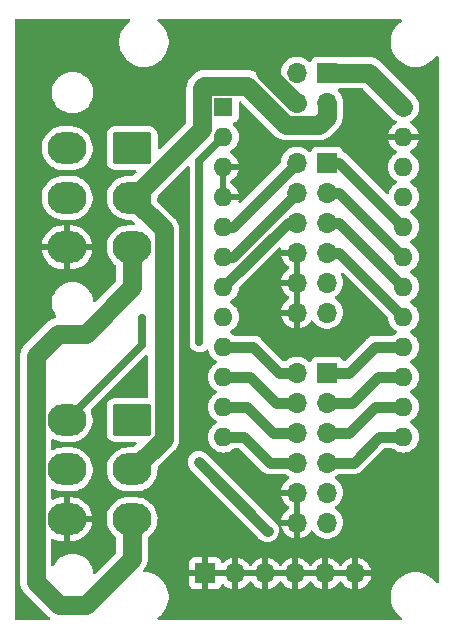
<source format=gbr>
%TF.GenerationSoftware,KiCad,Pcbnew,7.0.2*%
%TF.CreationDate,2023-05-09T16:36:13-08:00*%
%TF.ProjectId,ABSIS_ALE,41425349-535f-4414-9c45-2e6b69636164,2*%
%TF.SameCoordinates,Original*%
%TF.FileFunction,Copper,L2,Bot*%
%TF.FilePolarity,Positive*%
%FSLAX46Y46*%
G04 Gerber Fmt 4.6, Leading zero omitted, Abs format (unit mm)*
G04 Created by KiCad (PCBNEW 7.0.2) date 2023-05-09 16:36:13*
%MOMM*%
%LPD*%
G01*
G04 APERTURE LIST*
G04 Aperture macros list*
%AMRoundRect*
0 Rectangle with rounded corners*
0 $1 Rounding radius*
0 $2 $3 $4 $5 $6 $7 $8 $9 X,Y pos of 4 corners*
0 Add a 4 corners polygon primitive as box body*
4,1,4,$2,$3,$4,$5,$6,$7,$8,$9,$2,$3,0*
0 Add four circle primitives for the rounded corners*
1,1,$1+$1,$2,$3*
1,1,$1+$1,$4,$5*
1,1,$1+$1,$6,$7*
1,1,$1+$1,$8,$9*
0 Add four rect primitives between the rounded corners*
20,1,$1+$1,$2,$3,$4,$5,0*
20,1,$1+$1,$4,$5,$6,$7,0*
20,1,$1+$1,$6,$7,$8,$9,0*
20,1,$1+$1,$8,$9,$2,$3,0*%
G04 Aperture macros list end*
%TA.AperFunction,ComponentPad*%
%ADD10RoundRect,0.250001X-1.399999X1.099999X-1.399999X-1.099999X1.399999X-1.099999X1.399999X1.099999X0*%
%TD*%
%TA.AperFunction,ComponentPad*%
%ADD11O,3.300000X2.700000*%
%TD*%
%TA.AperFunction,ComponentPad*%
%ADD12R,1.600000X1.600000*%
%TD*%
%TA.AperFunction,ComponentPad*%
%ADD13O,1.600000X1.600000*%
%TD*%
%TA.AperFunction,ComponentPad*%
%ADD14R,1.700000X1.700000*%
%TD*%
%TA.AperFunction,ComponentPad*%
%ADD15O,1.700000X1.700000*%
%TD*%
%TA.AperFunction,ViaPad*%
%ADD16C,0.600000*%
%TD*%
%TA.AperFunction,Conductor*%
%ADD17C,0.914400*%
%TD*%
%TA.AperFunction,Conductor*%
%ADD18C,1.625600*%
%TD*%
%TA.AperFunction,Conductor*%
%ADD19C,0.635000*%
%TD*%
G04 APERTURE END LIST*
D10*
%TO.P,J1,1,Pin_1*%
%TO.N,/+12V_SUPPLY*%
X10000000Y40000000D03*
D11*
%TO.P,J1,2,Pin_2*%
%TO.N,/+5V_SUPPLY*%
X10000000Y35800000D03*
%TO.P,J1,3,Pin_3*%
%TO.N,/+3.3V_SUPPLY*%
X10000000Y31600000D03*
%TO.P,J1,4,Pin_4*%
%TO.N,/BUS-A*%
X4500000Y40000000D03*
%TO.P,J1,5,Pin_5*%
%TO.N,/BUS-B*%
X4500000Y35800000D03*
%TO.P,J1,6,Pin_6*%
%TO.N,GND*%
X4500000Y31600000D03*
%TD*%
D10*
%TO.P,J2,1,Pin_1*%
%TO.N,/+12V_SUPPLY*%
X10000000Y17000000D03*
D11*
%TO.P,J2,2,Pin_2*%
%TO.N,/+5V_SUPPLY*%
X10000000Y12800000D03*
%TO.P,J2,3,Pin_3*%
%TO.N,/+3.3V_SUPPLY*%
X10000000Y8600000D03*
%TO.P,J2,4,Pin_4*%
%TO.N,/BUS-A*%
X4500000Y17000000D03*
%TO.P,J2,5,Pin_5*%
%TO.N,/BUS-B*%
X4500000Y12800000D03*
%TO.P,J2,6,Pin_6*%
%TO.N,GND*%
X4500000Y8600000D03*
%TD*%
D12*
%TO.P,XU1,1,TX0/D1*%
%TO.N,/TX0_D1*%
X17737600Y43486800D03*
D13*
%TO.P,XU1,2,RX1/D0*%
%TO.N,/RX1_D0*%
X17737600Y40946800D03*
%TO.P,XU1,3,GND*%
%TO.N,GND*%
X17737600Y38406800D03*
%TO.P,XU1,4,GND*%
X17737600Y35866800D03*
%TO.P,XU1,5,SDA/D2*%
%TO.N,/SDA_D2*%
X17737600Y33326800D03*
%TO.P,XU1,6,~{SCL/D3}*%
%TO.N,/~{SCL_D3}*%
X17737600Y30786800D03*
%TO.P,XU1,7,D4/A6*%
%TO.N,/D4_A6*%
X17737600Y28246800D03*
%TO.P,XU1,8,~{D5}*%
%TO.N,/~{D5}*%
X17737600Y25706800D03*
%TO.P,XU1,9,~{D6/A7}*%
%TO.N,/~{D6_A7}*%
X17737600Y23166800D03*
%TO.P,XU1,10,D7*%
%TO.N,/D7*%
X17737600Y20626800D03*
%TO.P,XU1,11,D8/A8*%
%TO.N,/D8_A8*%
X17737600Y18086800D03*
%TO.P,XU1,12,~{D9/A9}*%
%TO.N,/~{D9_A9}*%
X17737600Y15546800D03*
%TO.P,XU1,13,~{D10/A10}*%
%TO.N,/~{D10_A10}*%
X32977600Y15546800D03*
%TO.P,XU1,14,D16/MOSI*%
%TO.N,/D16_MOSI*%
X32977600Y18086800D03*
%TO.P,XU1,15,D14/MISO*%
%TO.N,/D14_MISO*%
X32977600Y20626800D03*
%TO.P,XU1,16,D15/SCK*%
%TO.N,/D15_SCK*%
X32977600Y23166800D03*
%TO.P,XU1,17,A0*%
%TO.N,/A0*%
X32977600Y25706800D03*
%TO.P,XU1,18,A1*%
%TO.N,/A1*%
X32977600Y28246800D03*
%TO.P,XU1,19,A2*%
%TO.N,/A2*%
X32977600Y30786800D03*
%TO.P,XU1,20,A3*%
%TO.N,/A3*%
X32977600Y33326800D03*
%TO.P,XU1,21,VCC*%
%TO.N,+5V*%
X32977600Y35866800D03*
%TO.P,XU1,22,RST*%
%TO.N,/RST*%
X32977600Y38406800D03*
%TO.P,XU1,23,GND*%
%TO.N,GND*%
X32977600Y40946800D03*
%TO.P,XU1,24,RAW*%
%TO.N,/+12V_SUPPLY*%
X32977600Y43486800D03*
%TD*%
D14*
%TO.P,J3,1,Pin_1*%
%TO.N,/A3*%
X26500000Y38780000D03*
D15*
%TO.P,J3,2,Pin_2*%
%TO.N,/SDA_D2*%
X23960000Y38780000D03*
%TO.P,J3,3,Pin_3*%
%TO.N,/A2*%
X26500000Y36240000D03*
%TO.P,J3,4,Pin_4*%
%TO.N,/~{SCL_D3}*%
X23960000Y36240000D03*
%TO.P,J3,5,Pin_5*%
%TO.N,/A1*%
X26500000Y33700000D03*
%TO.P,J3,6,Pin_6*%
%TO.N,/D4_A6*%
X23960000Y33700000D03*
%TO.P,J3,7,Pin_7*%
%TO.N,/A0*%
X26500000Y31160000D03*
%TO.P,J3,8,Pin_8*%
%TO.N,GND*%
X23960000Y31160000D03*
%TO.P,J3,9,Pin_9*%
%TO.N,+5V*%
X26500000Y28620000D03*
%TO.P,J3,10,Pin_10*%
%TO.N,GND*%
X23960000Y28620000D03*
%TO.P,J3,11,Pin_11*%
%TO.N,+5V*%
X26500000Y26080000D03*
%TO.P,J3,12,Pin_12*%
%TO.N,GND*%
X23960000Y26080000D03*
%TD*%
D14*
%TO.P,J5,1,Pin_1*%
%TO.N,GND*%
X16200000Y4000000D03*
D15*
%TO.P,J5,2,Pin_2*%
X18740000Y4000000D03*
%TO.P,J5,3,Pin_3*%
X21280000Y4000000D03*
%TO.P,J5,4,Pin_4*%
X23820000Y4000000D03*
%TO.P,J5,5,Pin_5*%
X26360000Y4000000D03*
%TO.P,J5,6,Pin_6*%
X28900000Y4000000D03*
%TD*%
D14*
%TO.P,J6,1,Pin_1*%
%TO.N,/+12V_SUPPLY*%
X26500000Y46400000D03*
D15*
%TO.P,J6,2,Pin_2*%
%TO.N,/+3.3V_SUPPLY*%
X23960000Y46400000D03*
%TO.P,J6,3,Pin_3*%
%TO.N,/+5V_SUPPLY*%
X26500000Y43860000D03*
%TO.P,J6,4,Pin_4*%
%TO.N,GND*%
X23960000Y43860000D03*
%TD*%
D14*
%TO.P,J4,1,Pin_1*%
%TO.N,/D15_SCK*%
X26500000Y21000000D03*
D15*
%TO.P,J4,2,Pin_2*%
%TO.N,/~{D6_A7}*%
X23960000Y21000000D03*
%TO.P,J4,3,Pin_3*%
%TO.N,/D14_MISO*%
X26500000Y18460000D03*
%TO.P,J4,4,Pin_4*%
%TO.N,/D7*%
X23960000Y18460000D03*
%TO.P,J4,5,Pin_5*%
%TO.N,/D16_MOSI*%
X26500000Y15920000D03*
%TO.P,J4,6,Pin_6*%
%TO.N,/D8_A8*%
X23960000Y15920000D03*
%TO.P,J4,7,Pin_7*%
%TO.N,/~{D10_A10}*%
X26500000Y13380000D03*
%TO.P,J4,8,Pin_8*%
%TO.N,/~{D9_A9}*%
X23960000Y13380000D03*
%TO.P,J4,9,Pin_9*%
%TO.N,+5V*%
X26500000Y10840000D03*
%TO.P,J4,10,Pin_10*%
%TO.N,GND*%
X23960000Y10840000D03*
%TO.P,J4,11,Pin_11*%
%TO.N,+5V*%
X26500000Y8300000D03*
%TO.P,J4,12,Pin_12*%
%TO.N,GND*%
X23960000Y8300000D03*
%TD*%
D16*
%TO.N,GND*%
X15692900Y21134800D03*
%TO.N,+5V*%
X16214700Y12885300D03*
X21475000Y7625000D03*
X15694000Y13406000D03*
X20855000Y8245000D03*
X16710000Y12390000D03*
X20218979Y8871021D03*
%TO.N,/BUS-A*%
X10866900Y25579800D03*
%TO.N,/RX1_D0*%
X15692900Y23547800D03*
%TD*%
D17*
%TO.N,+5V*%
X15694000Y13396000D02*
X15694000Y13406000D01*
X21465000Y7625000D02*
X15694000Y13396000D01*
X21475000Y7625000D02*
X21465000Y7625000D01*
D18*
%TO.N,GND*%
X23865602Y43860000D02*
X21255500Y46470102D01*
X21255500Y46470102D02*
X21255500Y47474600D01*
X23960000Y43860000D02*
X23865602Y43860000D01*
D17*
%TO.N,/A3*%
X26500000Y38780000D02*
X27524400Y38780000D01*
X27524400Y38780000D02*
X32977600Y33326800D01*
%TO.N,/A2*%
X27524400Y36240000D02*
X32977600Y30786800D01*
X26500000Y36240000D02*
X27524400Y36240000D01*
%TO.N,/A1*%
X26500000Y33700000D02*
X27524400Y33700000D01*
X27524400Y33700000D02*
X32977600Y28246800D01*
%TO.N,/A0*%
X27524400Y31160000D02*
X32977600Y25706800D01*
X26500000Y31160000D02*
X27524400Y31160000D01*
D18*
%TO.N,/+12V_SUPPLY*%
X26500000Y46400000D02*
X30064400Y46400000D01*
X30064400Y46400000D02*
X32977600Y43486800D01*
%TO.N,/+5V_SUPPLY*%
X19763453Y45299601D02*
X23065855Y41997199D01*
X10000000Y35800000D02*
X10085882Y35800000D01*
X26500000Y42657919D02*
X26500000Y43860000D01*
X10085882Y12800000D02*
X12662810Y15376928D01*
X23065855Y41997199D02*
X25839280Y41997199D01*
X15924799Y45097041D02*
X16127359Y45299601D01*
X25839280Y41997199D02*
X26500000Y42657919D01*
X10000000Y12800000D02*
X10085882Y12800000D01*
X15924799Y41638917D02*
X15924799Y45097041D01*
X10085882Y35800000D02*
X15924799Y41638917D01*
X12662810Y15376928D02*
X12662810Y33137190D01*
X16127359Y45299601D02*
X19763453Y45299601D01*
X12662810Y33137190D02*
X10000000Y35800000D01*
%TO.N,/+3.3V_SUPPLY*%
X3803855Y1337199D02*
X1837190Y3303864D01*
X1837190Y3303864D02*
X1837190Y22407190D01*
X10000000Y8600000D02*
X10000000Y5221054D01*
X6078946Y24300000D02*
X10000000Y28221054D01*
X10000000Y28221054D02*
X10000000Y31600000D01*
X1837190Y22407190D02*
X3730000Y24300000D01*
X6116145Y1337199D02*
X3803855Y1337199D01*
X3730000Y24300000D02*
X6078946Y24300000D01*
X10000000Y5221054D02*
X6116145Y1337199D01*
D19*
%TO.N,/BUS-A*%
X10866900Y23366900D02*
X4500000Y17000000D01*
X10866900Y25579800D02*
X10866900Y23366900D01*
D17*
%TO.N,/D4_A6*%
X23190800Y33700000D02*
X23960000Y33700000D01*
X17737600Y28246800D02*
X23190800Y33700000D01*
%TO.N,/~{SCL_D3}*%
X17737600Y30786800D02*
X18506800Y30786800D01*
X18506800Y30786800D02*
X23960000Y36240000D01*
%TO.N,/SDA_D2*%
X17737600Y33326800D02*
X18506800Y33326800D01*
X18506800Y33326800D02*
X23960000Y38780000D01*
%TO.N,/~{D9_A9}*%
X17737600Y15546800D02*
X19502900Y15546800D01*
X21669700Y13380000D02*
X23960000Y13380000D01*
X19502900Y15546800D02*
X21669700Y13380000D01*
%TO.N,/~{D10_A10}*%
X28766100Y13380000D02*
X26500000Y13380000D01*
X32977600Y15546800D02*
X30932900Y15546800D01*
X30932900Y15546800D02*
X28766100Y13380000D01*
%TO.N,/D8_A8*%
X21923700Y15920000D02*
X23960000Y15920000D01*
X17737600Y18086800D02*
X19756900Y18086800D01*
X19756900Y18086800D02*
X21923700Y15920000D01*
%TO.N,/D16_MOSI*%
X32977600Y18086800D02*
X30551900Y18086800D01*
X30551900Y18086800D02*
X28385100Y15920000D01*
X28385100Y15920000D02*
X26500000Y15920000D01*
%TO.N,/D7*%
X20010900Y20626800D02*
X22177700Y18460000D01*
X22177700Y18460000D02*
X23960000Y18460000D01*
X17737600Y20626800D02*
X20010900Y20626800D01*
%TO.N,/D14_MISO*%
X30805900Y20626800D02*
X28639100Y18460000D01*
X32977600Y20626800D02*
X30805900Y20626800D01*
X28639100Y18460000D02*
X26500000Y18460000D01*
%TO.N,/~{D6_A7}*%
X20264900Y23166800D02*
X22431700Y21000000D01*
X17737600Y23166800D02*
X20264900Y23166800D01*
X22431700Y21000000D02*
X23960000Y21000000D01*
%TO.N,/D15_SCK*%
X28385100Y21000000D02*
X26500000Y21000000D01*
X32977600Y23166800D02*
X30551900Y23166800D01*
X30551900Y23166800D02*
X28385100Y21000000D01*
D19*
%TO.N,/RX1_D0*%
X15692900Y38902100D02*
X17737600Y40946800D01*
X15692900Y23547800D02*
X15692900Y38902100D01*
%TD*%
%TA.AperFunction,Conductor*%
%TO.N,GND*%
G36*
X18280507Y4209844D02*
G01*
X18240000Y4071889D01*
X18240000Y3928111D01*
X18280507Y3790156D01*
X18308884Y3746000D01*
X16631116Y3746000D01*
X16659493Y3790156D01*
X16700000Y3928111D01*
X16700000Y4071889D01*
X16659493Y4209844D01*
X16631116Y4254000D01*
X18308884Y4254000D01*
X18280507Y4209844D01*
G37*
%TD.AperFunction*%
%TA.AperFunction,Conductor*%
G36*
X20820507Y4209844D02*
G01*
X20780000Y4071889D01*
X20780000Y3928111D01*
X20820507Y3790156D01*
X20848884Y3746000D01*
X19171116Y3746000D01*
X19199493Y3790156D01*
X19240000Y3928111D01*
X19240000Y4071889D01*
X19199493Y4209844D01*
X19171116Y4254000D01*
X20848884Y4254000D01*
X20820507Y4209844D01*
G37*
%TD.AperFunction*%
%TA.AperFunction,Conductor*%
G36*
X23360507Y4209844D02*
G01*
X23320000Y4071889D01*
X23320000Y3928111D01*
X23360507Y3790156D01*
X23388884Y3746000D01*
X21711116Y3746000D01*
X21739493Y3790156D01*
X21780000Y3928111D01*
X21780000Y4071889D01*
X21739493Y4209844D01*
X21711116Y4254000D01*
X23388884Y4254000D01*
X23360507Y4209844D01*
G37*
%TD.AperFunction*%
%TA.AperFunction,Conductor*%
G36*
X25900507Y4209844D02*
G01*
X25860000Y4071889D01*
X25860000Y3928111D01*
X25900507Y3790156D01*
X25928884Y3746000D01*
X24251116Y3746000D01*
X24279493Y3790156D01*
X24320000Y3928111D01*
X24320000Y4071889D01*
X24279493Y4209844D01*
X24251116Y4254000D01*
X25928884Y4254000D01*
X25900507Y4209844D01*
G37*
%TD.AperFunction*%
%TA.AperFunction,Conductor*%
G36*
X28440507Y4209844D02*
G01*
X28400000Y4071889D01*
X28400000Y3928111D01*
X28440507Y3790156D01*
X28468884Y3746000D01*
X26791116Y3746000D01*
X26819493Y3790156D01*
X26860000Y3928111D01*
X26860000Y4071889D01*
X26819493Y4209844D01*
X26791116Y4254000D01*
X28468884Y4254000D01*
X28440507Y4209844D01*
G37*
%TD.AperFunction*%
%TA.AperFunction,Conductor*%
G36*
X9790542Y50929498D02*
G01*
X9837035Y50875842D01*
X9847139Y50805568D01*
X9817645Y50740988D01*
X9795082Y50720562D01*
X9674822Y50635675D01*
X9674809Y50635665D01*
X9671302Y50633189D01*
X9668164Y50630259D01*
X9668155Y50630251D01*
X9464436Y50439990D01*
X9464430Y50439985D01*
X9461292Y50437053D01*
X9458584Y50433726D01*
X9458577Y50433717D01*
X9282658Y50217483D01*
X9282651Y50217474D01*
X9279945Y50214147D01*
X9277713Y50210478D01*
X9277711Y50210474D01*
X9132872Y49972298D01*
X9132868Y49972292D01*
X9130639Y49968625D01*
X9128930Y49964692D01*
X9128925Y49964681D01*
X9017870Y49709006D01*
X9017866Y49708996D01*
X9016156Y49705058D01*
X9014995Y49700918D01*
X9014995Y49700915D01*
X8939790Y49432505D01*
X8939787Y49432493D01*
X8938629Y49428358D01*
X8938043Y49424101D01*
X8938041Y49424087D01*
X8900086Y49147947D01*
X8900085Y49147936D01*
X8899500Y49143678D01*
X8899500Y48856322D01*
X8900085Y48852064D01*
X8900086Y48852054D01*
X8938041Y48575914D01*
X8938043Y48575903D01*
X8938629Y48571642D01*
X8939788Y48567505D01*
X8939790Y48567496D01*
X9006337Y48329985D01*
X9016156Y48294942D01*
X9130639Y48031375D01*
X9279945Y47785853D01*
X9282656Y47782521D01*
X9282658Y47782518D01*
X9454904Y47570799D01*
X9461292Y47562947D01*
X9512164Y47515436D01*
X9659382Y47377943D01*
X9671302Y47366811D01*
X9674818Y47364329D01*
X9674822Y47364326D01*
X9902536Y47203589D01*
X9906064Y47201099D01*
X10161203Y47068896D01*
X10431968Y46972666D01*
X10713314Y46914202D01*
X10928248Y46899500D01*
X10930389Y46899500D01*
X11069611Y46899500D01*
X11071752Y46899500D01*
X11286686Y46914202D01*
X11568032Y46972666D01*
X11838797Y47068896D01*
X12093936Y47201099D01*
X12328698Y47366811D01*
X12538708Y47562947D01*
X12720055Y47785853D01*
X12869361Y48031375D01*
X12983844Y48294942D01*
X13061371Y48571642D01*
X13100500Y48856322D01*
X13100500Y49143678D01*
X13061371Y49428358D01*
X12983844Y49705058D01*
X12869361Y49968625D01*
X12720055Y50214147D01*
X12538708Y50437053D01*
X12328698Y50633189D01*
X12325182Y50635671D01*
X12325177Y50635675D01*
X12204918Y50720562D01*
X12160800Y50776186D01*
X12153758Y50846833D01*
X12186029Y50910072D01*
X12247366Y50945824D01*
X12277579Y50949500D01*
X32722421Y50949500D01*
X32790542Y50929498D01*
X32837035Y50875842D01*
X32847139Y50805568D01*
X32817645Y50740988D01*
X32795082Y50720562D01*
X32674822Y50635675D01*
X32674809Y50635665D01*
X32671302Y50633189D01*
X32668164Y50630259D01*
X32668155Y50630251D01*
X32464436Y50439990D01*
X32464430Y50439985D01*
X32461292Y50437053D01*
X32458584Y50433726D01*
X32458577Y50433717D01*
X32282658Y50217483D01*
X32282651Y50217474D01*
X32279945Y50214147D01*
X32277713Y50210478D01*
X32277711Y50210474D01*
X32132872Y49972298D01*
X32132868Y49972292D01*
X32130639Y49968625D01*
X32128930Y49964692D01*
X32128925Y49964681D01*
X32017870Y49709006D01*
X32017866Y49708996D01*
X32016156Y49705058D01*
X32014995Y49700918D01*
X32014995Y49700915D01*
X31939790Y49432505D01*
X31939787Y49432493D01*
X31938629Y49428358D01*
X31938043Y49424101D01*
X31938041Y49424087D01*
X31900086Y49147947D01*
X31900085Y49147936D01*
X31899500Y49143678D01*
X31899500Y48856322D01*
X31900085Y48852064D01*
X31900086Y48852054D01*
X31938041Y48575914D01*
X31938043Y48575903D01*
X31938629Y48571642D01*
X31939788Y48567505D01*
X31939790Y48567496D01*
X32006337Y48329985D01*
X32016156Y48294942D01*
X32130639Y48031375D01*
X32279945Y47785853D01*
X32282656Y47782521D01*
X32282658Y47782518D01*
X32454904Y47570799D01*
X32461292Y47562947D01*
X32512164Y47515436D01*
X32659382Y47377943D01*
X32671302Y47366811D01*
X32674818Y47364329D01*
X32674822Y47364326D01*
X32902536Y47203589D01*
X32906064Y47201099D01*
X33161203Y47068896D01*
X33431968Y46972666D01*
X33713314Y46914202D01*
X33928248Y46899500D01*
X33930389Y46899500D01*
X34069611Y46899500D01*
X34071752Y46899500D01*
X34286686Y46914202D01*
X34568032Y46972666D01*
X34838797Y47068896D01*
X35093936Y47201099D01*
X35328698Y47366811D01*
X35538708Y47562947D01*
X35720055Y47785853D01*
X35721023Y47787445D01*
X35776181Y47831196D01*
X35846827Y47838241D01*
X35910067Y47805973D01*
X35945823Y47744637D01*
X35949500Y47714419D01*
X35949500Y3285582D01*
X35929498Y3217461D01*
X35875842Y3170968D01*
X35805568Y3160864D01*
X35740988Y3190358D01*
X35721292Y3212113D01*
X35720055Y3214147D01*
X35717340Y3217484D01*
X35717336Y3217490D01*
X35541422Y3433717D01*
X35538708Y3437053D01*
X35328698Y3633189D01*
X35325182Y3635671D01*
X35325177Y3635675D01*
X35097463Y3796412D01*
X35097456Y3796416D01*
X35093936Y3798901D01*
X35090106Y3800886D01*
X35090102Y3800888D01*
X34842620Y3929123D01*
X34838797Y3931104D01*
X34834751Y3932542D01*
X34834744Y3932545D01*
X34572079Y4025896D01*
X34572074Y4025898D01*
X34568032Y4027334D01*
X34286686Y4085798D01*
X34282392Y4086092D01*
X34282390Y4086092D01*
X34073891Y4100354D01*
X34073881Y4100355D01*
X34071752Y4100500D01*
X33928248Y4100500D01*
X33926119Y4100355D01*
X33926108Y4100354D01*
X33717609Y4086092D01*
X33717605Y4086092D01*
X33713314Y4085798D01*
X33709105Y4084924D01*
X33709102Y4084923D01*
X33436173Y4028208D01*
X33436170Y4028208D01*
X33431968Y4027334D01*
X33427928Y4025899D01*
X33427920Y4025896D01*
X33165255Y3932545D01*
X33165243Y3932540D01*
X33161203Y3931104D01*
X33157384Y3929126D01*
X33157379Y3929123D01*
X32909897Y3800888D01*
X32909887Y3800882D01*
X32906064Y3798901D01*
X32902549Y3796421D01*
X32902536Y3796412D01*
X32674822Y3635675D01*
X32674809Y3635665D01*
X32671302Y3633189D01*
X32668164Y3630259D01*
X32668155Y3630251D01*
X32464436Y3439990D01*
X32464430Y3439985D01*
X32461292Y3437053D01*
X32458584Y3433726D01*
X32458577Y3433717D01*
X32282658Y3217483D01*
X32282651Y3217474D01*
X32279945Y3214147D01*
X32277713Y3210478D01*
X32277711Y3210474D01*
X32132872Y2972298D01*
X32132868Y2972292D01*
X32130639Y2968625D01*
X32128930Y2964692D01*
X32128925Y2964681D01*
X32017870Y2709006D01*
X32017866Y2708996D01*
X32016156Y2705058D01*
X32014995Y2700918D01*
X32014995Y2700915D01*
X31939790Y2432505D01*
X31939787Y2432493D01*
X31938629Y2428358D01*
X31938043Y2424101D01*
X31938041Y2424087D01*
X31900086Y2147947D01*
X31900085Y2147936D01*
X31899500Y2143678D01*
X31899500Y1856322D01*
X31900085Y1852064D01*
X31900086Y1852054D01*
X31938041Y1575914D01*
X31938043Y1575903D01*
X31938629Y1571642D01*
X31939788Y1567505D01*
X31939790Y1567496D01*
X32006337Y1329985D01*
X32016156Y1294942D01*
X32130639Y1031375D01*
X32279945Y785853D01*
X32282656Y782521D01*
X32282658Y782518D01*
X32338061Y714419D01*
X32461292Y562947D01*
X32671302Y366811D01*
X32674818Y364329D01*
X32674822Y364326D01*
X32795082Y279438D01*
X32839200Y223814D01*
X32846242Y153167D01*
X32813971Y89928D01*
X32752634Y54176D01*
X32722421Y50500D01*
X12277579Y50500D01*
X12209458Y70502D01*
X12162965Y124158D01*
X12152861Y194432D01*
X12182355Y259012D01*
X12204918Y279438D01*
X12234525Y300338D01*
X12328698Y366811D01*
X12538708Y562947D01*
X12720055Y785853D01*
X12869361Y1031375D01*
X12983844Y1294942D01*
X13061371Y1571642D01*
X13100500Y1856322D01*
X13100500Y2143678D01*
X13061371Y2428358D01*
X12983844Y2705058D01*
X12869361Y2968625D01*
X12786564Y3104778D01*
X14842000Y3104778D01*
X14842359Y3098064D01*
X14848505Y3040907D01*
X14899554Y2904038D01*
X14987095Y2787096D01*
X15104037Y2699555D01*
X15240906Y2648506D01*
X15298063Y2642360D01*
X15304777Y2642000D01*
X15946000Y2642000D01*
X15946000Y3566326D01*
X16057685Y3515320D01*
X16164237Y3500000D01*
X16235763Y3500000D01*
X16342315Y3515320D01*
X16454000Y3566326D01*
X16454000Y2642000D01*
X17095223Y2642000D01*
X17101936Y2642360D01*
X17159093Y2648506D01*
X17295962Y2699555D01*
X17412904Y2787096D01*
X17500445Y2904038D01*
X17544814Y3022996D01*
X17587360Y3079832D01*
X17653880Y3104643D01*
X17723255Y3089552D01*
X17755572Y3064301D01*
X17817099Y2997464D01*
X17994697Y2859234D01*
X18192631Y2752117D01*
X18405485Y2679045D01*
X18486000Y2665609D01*
X18486000Y3566326D01*
X18597685Y3515320D01*
X18704237Y3500000D01*
X18775763Y3500000D01*
X18882315Y3515320D01*
X18994000Y3566326D01*
X18994000Y2665610D01*
X19074514Y2679045D01*
X19287368Y2752117D01*
X19485302Y2859234D01*
X19662903Y2997467D01*
X19815323Y3163040D01*
X19904517Y3299560D01*
X19958521Y3345649D01*
X20028868Y3355224D01*
X20093226Y3325247D01*
X20115483Y3299560D01*
X20204676Y3163040D01*
X20357096Y2997467D01*
X20534697Y2859234D01*
X20732631Y2752117D01*
X20945485Y2679045D01*
X21026000Y2665609D01*
X21026000Y3566326D01*
X21137685Y3515320D01*
X21244237Y3500000D01*
X21315763Y3500000D01*
X21422315Y3515320D01*
X21534000Y3566326D01*
X21534000Y2665610D01*
X21614514Y2679045D01*
X21827368Y2752117D01*
X22025302Y2859234D01*
X22202903Y2997467D01*
X22355323Y3163040D01*
X22444517Y3299560D01*
X22498521Y3345649D01*
X22568868Y3355224D01*
X22633226Y3325247D01*
X22655483Y3299560D01*
X22744676Y3163040D01*
X22897096Y2997467D01*
X23074697Y2859234D01*
X23272631Y2752117D01*
X23485485Y2679045D01*
X23566000Y2665609D01*
X23566000Y3566326D01*
X23677685Y3515320D01*
X23784237Y3500000D01*
X23855763Y3500000D01*
X23962315Y3515320D01*
X24074000Y3566326D01*
X24074000Y2665610D01*
X24154514Y2679045D01*
X24367368Y2752117D01*
X24565302Y2859234D01*
X24742903Y2997467D01*
X24895321Y3163038D01*
X24984517Y3299560D01*
X25038521Y3345648D01*
X25108869Y3355223D01*
X25173226Y3325245D01*
X25195483Y3299560D01*
X25284678Y3163038D01*
X25437096Y2997467D01*
X25614697Y2859234D01*
X25812631Y2752117D01*
X26025485Y2679045D01*
X26106000Y2665609D01*
X26106000Y3566326D01*
X26217685Y3515320D01*
X26324237Y3500000D01*
X26395763Y3500000D01*
X26502315Y3515320D01*
X26614000Y3566326D01*
X26614000Y2665610D01*
X26694514Y2679045D01*
X26907368Y2752117D01*
X27105302Y2859234D01*
X27282903Y2997467D01*
X27435323Y3163040D01*
X27524517Y3299560D01*
X27578521Y3345649D01*
X27648868Y3355224D01*
X27713226Y3325247D01*
X27735483Y3299560D01*
X27824676Y3163040D01*
X27977096Y2997467D01*
X28154697Y2859234D01*
X28352631Y2752117D01*
X28565485Y2679045D01*
X28646000Y2665609D01*
X28646000Y3566326D01*
X28757685Y3515320D01*
X28864237Y3500000D01*
X28935763Y3500000D01*
X29042315Y3515320D01*
X29154000Y3566326D01*
X29154000Y2665610D01*
X29234514Y2679045D01*
X29447368Y2752117D01*
X29645302Y2859234D01*
X29822903Y2997467D01*
X29975321Y3163038D01*
X30098419Y3351452D01*
X30188822Y3557549D01*
X30236544Y3746000D01*
X29331116Y3746000D01*
X29359493Y3790156D01*
X29400000Y3928111D01*
X29400000Y4071889D01*
X29359493Y4209844D01*
X29331116Y4254000D01*
X30236544Y4254000D01*
X30236544Y4254001D01*
X30188822Y4442452D01*
X30098419Y4648549D01*
X29975321Y4836963D01*
X29822903Y5002534D01*
X29645302Y5140767D01*
X29447368Y5247884D01*
X29234510Y5320958D01*
X29154000Y5334394D01*
X29154000Y4433675D01*
X29042315Y4484680D01*
X28935763Y4500000D01*
X28864237Y4500000D01*
X28757685Y4484680D01*
X28646000Y4433675D01*
X28646000Y5334393D01*
X28645999Y5334394D01*
X28565489Y5320958D01*
X28352631Y5247884D01*
X28154697Y5140767D01*
X27977096Y5002534D01*
X27824678Y4836963D01*
X27735483Y4700440D01*
X27681479Y4654352D01*
X27611131Y4644777D01*
X27546774Y4674755D01*
X27524517Y4700440D01*
X27435321Y4836963D01*
X27282903Y5002534D01*
X27105302Y5140767D01*
X26907368Y5247884D01*
X26694510Y5320958D01*
X26614000Y5334394D01*
X26614000Y4433675D01*
X26502315Y4484680D01*
X26395763Y4500000D01*
X26324237Y4500000D01*
X26217685Y4484680D01*
X26106000Y4433675D01*
X26106000Y5334393D01*
X26105999Y5334394D01*
X26025489Y5320958D01*
X25812631Y5247884D01*
X25614697Y5140767D01*
X25437096Y5002534D01*
X25284678Y4836963D01*
X25195483Y4700440D01*
X25141479Y4654352D01*
X25071131Y4644777D01*
X25006774Y4674755D01*
X24984517Y4700440D01*
X24895321Y4836963D01*
X24742903Y5002534D01*
X24565302Y5140767D01*
X24367368Y5247884D01*
X24154510Y5320958D01*
X24074000Y5334394D01*
X24074000Y4433675D01*
X23962315Y4484680D01*
X23855763Y4500000D01*
X23784237Y4500000D01*
X23677685Y4484680D01*
X23566000Y4433675D01*
X23566000Y5334393D01*
X23565999Y5334394D01*
X23485489Y5320958D01*
X23272631Y5247884D01*
X23074697Y5140767D01*
X22897096Y5002534D01*
X22744678Y4836963D01*
X22655483Y4700440D01*
X22601479Y4654352D01*
X22531131Y4644777D01*
X22466774Y4674755D01*
X22444517Y4700440D01*
X22355321Y4836963D01*
X22202903Y5002534D01*
X22025302Y5140767D01*
X21827368Y5247884D01*
X21614510Y5320958D01*
X21534000Y5334394D01*
X21534000Y4433675D01*
X21422315Y4484680D01*
X21315763Y4500000D01*
X21244237Y4500000D01*
X21137685Y4484680D01*
X21026000Y4433675D01*
X21026000Y5334393D01*
X21025999Y5334394D01*
X20945489Y5320958D01*
X20732631Y5247884D01*
X20534697Y5140767D01*
X20357096Y5002534D01*
X20204678Y4836963D01*
X20115483Y4700440D01*
X20061479Y4654352D01*
X19991131Y4644777D01*
X19926774Y4674755D01*
X19904517Y4700440D01*
X19815321Y4836963D01*
X19662903Y5002534D01*
X19485302Y5140767D01*
X19287368Y5247884D01*
X19074510Y5320958D01*
X18994000Y5334394D01*
X18994000Y4433675D01*
X18882315Y4484680D01*
X18775763Y4500000D01*
X18704237Y4500000D01*
X18597685Y4484680D01*
X18486000Y4433675D01*
X18486000Y5334393D01*
X18485999Y5334394D01*
X18405489Y5320958D01*
X18192631Y5247884D01*
X17994697Y5140767D01*
X17817099Y5002537D01*
X17755571Y4935699D01*
X17694718Y4899128D01*
X17623753Y4901263D01*
X17565208Y4941424D01*
X17544814Y4977005D01*
X17500445Y5095963D01*
X17412904Y5212905D01*
X17295962Y5300446D01*
X17159093Y5351495D01*
X17101936Y5357641D01*
X17095223Y5358000D01*
X16454000Y5358000D01*
X16454000Y4433675D01*
X16342315Y4484680D01*
X16235763Y4500000D01*
X16164237Y4500000D01*
X16057685Y4484680D01*
X15946000Y4433675D01*
X15946000Y5358000D01*
X15304777Y5358000D01*
X15298063Y5357641D01*
X15240906Y5351495D01*
X15104037Y5300446D01*
X14987095Y5212905D01*
X14899554Y5095963D01*
X14848505Y4959094D01*
X14842359Y4901937D01*
X14842000Y4895223D01*
X14842000Y4254000D01*
X15768884Y4254000D01*
X15740507Y4209844D01*
X15700000Y4071889D01*
X15700000Y3928111D01*
X15740507Y3790156D01*
X15768884Y3746000D01*
X14842000Y3746000D01*
X14842000Y3104778D01*
X12786564Y3104778D01*
X12720055Y3214147D01*
X12538708Y3437053D01*
X12328698Y3633189D01*
X12325182Y3635671D01*
X12325177Y3635675D01*
X12097463Y3796412D01*
X12097456Y3796416D01*
X12093936Y3798901D01*
X12090106Y3800886D01*
X12090102Y3800888D01*
X11842620Y3929123D01*
X11838797Y3931104D01*
X11834751Y3932542D01*
X11834744Y3932545D01*
X11572079Y4025896D01*
X11572074Y4025898D01*
X11568032Y4027334D01*
X11286686Y4085798D01*
X11282392Y4086092D01*
X11282390Y4086092D01*
X11073891Y4100354D01*
X11073881Y4100355D01*
X11071752Y4100500D01*
X11052237Y4100500D01*
X10984116Y4120502D01*
X10937623Y4174158D01*
X10927519Y4244432D01*
X10957013Y4309012D01*
X10963142Y4315595D01*
X11016038Y4368492D01*
X11016037Y4368493D01*
X11016041Y4368495D01*
X11046107Y4411436D01*
X11052770Y4420120D01*
X11086480Y4460292D01*
X11112693Y4505696D01*
X11118588Y4514949D01*
X11148650Y4557881D01*
X11170799Y4605382D01*
X11175862Y4615110D01*
X11202078Y4660515D01*
X11220006Y4709776D01*
X11224205Y4719913D01*
X11246358Y4767417D01*
X11259927Y4818059D01*
X11263223Y4828514D01*
X11281152Y4877770D01*
X11290251Y4929378D01*
X11292628Y4940100D01*
X11306197Y4990736D01*
X11310766Y5042979D01*
X11312195Y5053831D01*
X11321299Y5105454D01*
X11321299Y5163355D01*
X11321300Y5163366D01*
X11321300Y6978642D01*
X11341302Y7046763D01*
X11370286Y7078365D01*
X11543529Y7212139D01*
X11732352Y7407988D01*
X11809430Y7515723D01*
X11890646Y7629242D01*
X12015038Y7871188D01*
X12048476Y7969202D01*
X12102878Y8128666D01*
X12152292Y8396190D01*
X12162228Y8668058D01*
X12132473Y8938475D01*
X12063663Y9201678D01*
X11962061Y9440767D01*
X11957262Y9452061D01*
X11815541Y9684279D01*
X11641518Y9893388D01*
X11438907Y10074928D01*
X11438908Y10074928D01*
X11438904Y10074931D01*
X11263150Y10191209D01*
X11212015Y10225040D01*
X10965689Y10340512D01*
X10705170Y10418891D01*
X10436027Y10458500D01*
X10436025Y10458500D01*
X9632080Y10458500D01*
X9629810Y10458334D01*
X9629786Y10458333D01*
X9428672Y10443613D01*
X9163137Y10384462D01*
X8909036Y10287278D01*
X8671794Y10154131D01*
X8456475Y9987865D01*
X8267642Y9792006D01*
X8109353Y9570759D01*
X7984961Y9328813D01*
X7897122Y9071336D01*
X7847708Y8803812D01*
X7837771Y8531942D01*
X7867527Y8261525D01*
X7916126Y8075628D01*
X7936337Y7998322D01*
X7948712Y7969202D01*
X8042737Y7747940D01*
X8184458Y7515722D01*
X8358481Y7306613D01*
X8561094Y7125070D01*
X8581538Y7111545D01*
X8622223Y7084628D01*
X8667999Y7030361D01*
X8678700Y6979545D01*
X8678700Y5820546D01*
X8658698Y5752425D01*
X8641795Y5731451D01*
X6917248Y4006904D01*
X6854936Y3972878D01*
X6784121Y3977943D01*
X6727285Y4020490D01*
X6703561Y4077216D01*
X6671396Y4290615D01*
X6611535Y4484680D01*
X6594063Y4541324D01*
X6517436Y4700440D01*
X6480228Y4777704D01*
X6332433Y4994479D01*
X6153981Y5186805D01*
X5948857Y5350386D01*
X5721643Y5481568D01*
X5477417Y5577420D01*
X5221630Y5635802D01*
X5027836Y5650325D01*
X5027822Y5650326D01*
X5025494Y5650500D01*
X4894506Y5650500D01*
X4892178Y5650326D01*
X4892163Y5650325D01*
X4698369Y5635802D01*
X4442582Y5577420D01*
X4198356Y5481568D01*
X3971146Y5350388D01*
X3971143Y5350386D01*
X3766019Y5186805D01*
X3642669Y5053865D01*
X3587563Y4994475D01*
X3439772Y4777705D01*
X3398012Y4690989D01*
X3350434Y4638293D01*
X3281920Y4619684D01*
X3214221Y4641072D01*
X3168833Y4695665D01*
X3158490Y4745658D01*
X3158490Y6837994D01*
X3178492Y6906115D01*
X3232148Y6952608D01*
X3302422Y6962712D01*
X3337972Y6952080D01*
X3534486Y6859958D01*
X3794939Y6781599D01*
X4064010Y6742000D01*
X4246000Y6742000D01*
X4246000Y7947680D01*
X4331249Y7915349D01*
X4457660Y7900000D01*
X4542340Y7900000D01*
X4668751Y7915349D01*
X4754000Y7947680D01*
X4754000Y6742000D01*
X4865604Y6742000D01*
X4870198Y6742168D01*
X5071254Y6756884D01*
X5336718Y6816019D01*
X5590750Y6913177D01*
X5827929Y7046288D01*
X6043190Y7212509D01*
X6231968Y7408311D01*
X6390220Y7629508D01*
X6514577Y7871384D01*
X6602392Y8128792D01*
X6642513Y8346000D01*
X5157243Y8346000D01*
X5159318Y8349954D01*
X5200000Y8515005D01*
X5200000Y8684995D01*
X5159318Y8850046D01*
X5157243Y8854000D01*
X6641265Y8854000D01*
X6641265Y8854001D01*
X6631980Y8938383D01*
X6563188Y9201517D01*
X6456818Y9451828D01*
X6315131Y9683990D01*
X6141158Y9893040D01*
X5938601Y10074531D01*
X5711770Y10224603D01*
X5465510Y10340044D01*
X5205060Y10418402D01*
X4935990Y10458000D01*
X4754000Y10458000D01*
X4754000Y9252321D01*
X4668751Y9284651D01*
X4542340Y9300000D01*
X4457660Y9300000D01*
X4331249Y9284651D01*
X4246000Y9252321D01*
X4246000Y10458000D01*
X4134396Y10458000D01*
X4129801Y10457833D01*
X3928745Y10443117D01*
X3663281Y10383982D01*
X3409249Y10286824D01*
X3346157Y10251414D01*
X3276963Y10235517D01*
X3210159Y10259553D01*
X3166954Y10315890D01*
X3158490Y10361292D01*
X3158490Y11037442D01*
X3178492Y11105563D01*
X3232148Y11152056D01*
X3302422Y11162160D01*
X3337969Y11151529D01*
X3534311Y11059488D01*
X3794825Y10981111D01*
X3794826Y10981111D01*
X3794829Y10981110D01*
X4063973Y10941500D01*
X4063975Y10941500D01*
X4865619Y10941500D01*
X4867920Y10941500D01*
X5071324Y10956387D01*
X5336864Y11015539D01*
X5590963Y11112723D01*
X5828203Y11245869D01*
X5828202Y11245869D01*
X5828205Y11245870D01*
X5950106Y11340000D01*
X6043529Y11412139D01*
X6232352Y11607988D01*
X6281699Y11676963D01*
X6390646Y11829242D01*
X6515038Y12071188D01*
X6553813Y12184847D01*
X6602878Y12328666D01*
X6652292Y12596190D01*
X6662228Y12868058D01*
X6632473Y13138475D01*
X6563663Y13401678D01*
X6457263Y13652058D01*
X6457262Y13652061D01*
X6315541Y13884279D01*
X6141518Y14093388D01*
X6036075Y14187865D01*
X5938904Y14274931D01*
X5768738Y14387512D01*
X5712015Y14425040D01*
X5465689Y14540512D01*
X5205170Y14618891D01*
X4936027Y14658500D01*
X4936025Y14658500D01*
X4132080Y14658500D01*
X4129810Y14658334D01*
X4129786Y14658333D01*
X3928672Y14643613D01*
X3663137Y14584462D01*
X3409033Y14487277D01*
X3346156Y14451988D01*
X3276962Y14436091D01*
X3210158Y14460127D01*
X3166954Y14516465D01*
X3158490Y14561866D01*
X3158490Y15237442D01*
X3178492Y15305563D01*
X3232148Y15352056D01*
X3302422Y15362160D01*
X3337969Y15351529D01*
X3534311Y15259488D01*
X3794825Y15181111D01*
X3794826Y15181111D01*
X3794829Y15181110D01*
X4063973Y15141500D01*
X4063975Y15141500D01*
X4865619Y15141500D01*
X4867920Y15141500D01*
X5071324Y15156387D01*
X5336864Y15215539D01*
X5590963Y15312723D01*
X5828203Y15445869D01*
X5828202Y15445869D01*
X5828205Y15445870D01*
X5958912Y15546800D01*
X6043529Y15612139D01*
X6232352Y15807988D01*
X6262020Y15849456D01*
X6390646Y16029242D01*
X6515038Y16271188D01*
X6550249Y16374399D01*
X6602878Y16528666D01*
X6652292Y16796190D01*
X6662228Y17068058D01*
X6632473Y17338475D01*
X6563663Y17601678D01*
X6509285Y17729639D01*
X6501051Y17800157D01*
X6532249Y17863932D01*
X6536130Y17867991D01*
X11126418Y22458278D01*
X11188726Y22492301D01*
X11259541Y22487236D01*
X11316377Y22444689D01*
X11341188Y22378169D01*
X11341509Y22369180D01*
X11341510Y18984500D01*
X11321508Y18916379D01*
X11267852Y18869886D01*
X11215510Y18858500D01*
X8549456Y18858500D01*
X8546276Y18858176D01*
X8546254Y18858174D01*
X8445577Y18847888D01*
X8277262Y18792115D01*
X8126345Y18699028D01*
X8000972Y18573655D01*
X7907885Y18422738D01*
X7852112Y18254423D01*
X7841826Y18153746D01*
X7841824Y18153724D01*
X7841500Y18150544D01*
X7841500Y15849456D01*
X7841824Y15846276D01*
X7841826Y15846255D01*
X7852112Y15745578D01*
X7852113Y15745575D01*
X7907885Y15577262D01*
X7960150Y15492528D01*
X8000972Y15426346D01*
X8126345Y15300973D01*
X8126347Y15300972D01*
X8126349Y15300970D01*
X8277262Y15207885D01*
X8445575Y15152113D01*
X8482271Y15148364D01*
X8546254Y15141827D01*
X8546256Y15141827D01*
X8549456Y15141500D01*
X10254591Y15141500D01*
X10322712Y15121498D01*
X10369205Y15067842D01*
X10379309Y14997568D01*
X10349815Y14932988D01*
X10343691Y14926411D01*
X10206659Y14789378D01*
X10112685Y14695404D01*
X10050373Y14661379D01*
X10023590Y14658500D01*
X9632080Y14658500D01*
X9629810Y14658334D01*
X9629786Y14658333D01*
X9428672Y14643613D01*
X9163137Y14584462D01*
X8909036Y14487278D01*
X8671794Y14354131D01*
X8456475Y14187865D01*
X8267642Y13992006D01*
X8109353Y13770759D01*
X7984961Y13528813D01*
X7897122Y13271336D01*
X7847708Y13003812D01*
X7837771Y12731942D01*
X7867527Y12461525D01*
X7925751Y12238812D01*
X7936337Y12198322D01*
X7962337Y12137138D01*
X8042737Y11947940D01*
X8184458Y11715722D01*
X8216714Y11676963D01*
X8358481Y11506613D01*
X8561096Y11325069D01*
X8787984Y11174961D01*
X9034311Y11059488D01*
X9294825Y10981111D01*
X9294826Y10981111D01*
X9294829Y10981110D01*
X9563973Y10941500D01*
X9563975Y10941500D01*
X10365619Y10941500D01*
X10367920Y10941500D01*
X10571324Y10956387D01*
X10836864Y11015539D01*
X11090963Y11112723D01*
X11328203Y11245869D01*
X11328202Y11245869D01*
X11328205Y11245870D01*
X11450106Y11340000D01*
X11543529Y11412139D01*
X11732352Y11607988D01*
X11781699Y11676963D01*
X11890646Y11829242D01*
X12015038Y12071188D01*
X12053813Y12184847D01*
X12102878Y12328666D01*
X12152292Y12596190D01*
X12162228Y12868058D01*
X12154995Y12933788D01*
X12167426Y13003685D01*
X12191138Y13036657D01*
X12476772Y13322291D01*
X14726123Y13322291D01*
X14736125Y13266484D01*
X14737454Y13257005D01*
X14743189Y13200606D01*
X14751861Y13172966D01*
X14755660Y13157488D01*
X14759068Y13138476D01*
X14760772Y13128969D01*
X14781798Y13076333D01*
X14785009Y13067314D01*
X14801985Y13013208D01*
X14816042Y12987883D01*
X14822881Y12973483D01*
X14831710Y12951379D01*
X14833629Y12946575D01*
X14864825Y12899241D01*
X14869776Y12891069D01*
X14882549Y12868059D01*
X14897302Y12841478D01*
X14916165Y12819507D01*
X14925766Y12806775D01*
X14941708Y12782586D01*
X14981807Y12742487D01*
X14988303Y12735477D01*
X15025233Y12692459D01*
X15048139Y12674728D01*
X15060108Y12664186D01*
X20772358Y6951936D01*
X20774587Y6949651D01*
X20832726Y6888489D01*
X20879258Y6856102D01*
X20886896Y6850342D01*
X20902040Y6837994D01*
X20930841Y6814510D01*
X20947209Y6805961D01*
X20956513Y6801100D01*
X20970155Y6792835D01*
X20993927Y6776289D01*
X21039147Y6756884D01*
X21046031Y6753930D01*
X21054662Y6749832D01*
X21104926Y6723576D01*
X21104928Y6723576D01*
X21104929Y6723575D01*
X21132764Y6715611D01*
X21147791Y6710261D01*
X21174414Y6698836D01*
X21229954Y6687423D01*
X21239225Y6685149D01*
X21293753Y6669545D01*
X21322636Y6667347D01*
X21338424Y6665132D01*
X21366798Y6659300D01*
X21423503Y6659300D01*
X21433070Y6658936D01*
X21489590Y6654632D01*
X21533687Y6660249D01*
X21536753Y6660600D01*
X21670396Y6674190D01*
X21857793Y6732986D01*
X22029519Y6828301D01*
X22178542Y6956234D01*
X22298762Y7111545D01*
X22385257Y7287878D01*
X22434486Y7478012D01*
X22444434Y7674164D01*
X22423259Y7812385D01*
X22431267Y7871976D01*
X22407121Y7894542D01*
X22397446Y7914872D01*
X22346481Y8052482D01*
X22332051Y8075632D01*
X22242590Y8219159D01*
X22107274Y8361511D01*
X22073434Y8385065D01*
X22056323Y8399383D01*
X16466864Y13988842D01*
X16460356Y13995864D01*
X16362766Y14109542D01*
X16207455Y14229762D01*
X16031122Y14316257D01*
X15884844Y14354131D01*
X15840985Y14365487D01*
X15644836Y14375434D01*
X15450697Y14345694D01*
X15266518Y14277482D01*
X15099840Y14173590D01*
X15099841Y14173590D01*
X14957489Y14038274D01*
X14925285Y13992006D01*
X14845287Y13877071D01*
X14767835Y13696584D01*
X14732883Y13526515D01*
X14732206Y13523416D01*
X14729297Y13510874D01*
X14728826Y13506766D01*
X14728300Y13504206D01*
X14728300Y13409824D01*
X14728260Y13406633D01*
X14726123Y13322291D01*
X12476772Y13322291D01*
X13637902Y14483420D01*
X13637902Y14483421D01*
X13678851Y14524369D01*
X13708918Y14567313D01*
X13715593Y14576010D01*
X13749291Y14616167D01*
X13775509Y14661581D01*
X13781406Y14670835D01*
X13781983Y14671658D01*
X13811460Y14713755D01*
X13833616Y14761270D01*
X13838678Y14770993D01*
X13864888Y14816390D01*
X13882821Y14865663D01*
X13887013Y14875782D01*
X13909168Y14923291D01*
X13922735Y14973928D01*
X13926031Y14984379D01*
X13943963Y15033644D01*
X13953065Y15085266D01*
X13955437Y15095970D01*
X13969007Y15146610D01*
X13973575Y15198834D01*
X13975006Y15209702D01*
X13984110Y15261329D01*
X13984110Y15492528D01*
X13984110Y33194878D01*
X13984110Y33252789D01*
X13975008Y33304405D01*
X13973574Y33315299D01*
X13972568Y33326800D01*
X13969007Y33367508D01*
X13964593Y33383982D01*
X13955441Y33418138D01*
X13953064Y33428856D01*
X13943962Y33480474D01*
X13926031Y33529738D01*
X13922739Y33540179D01*
X13909168Y33590827D01*
X13887018Y33638326D01*
X13882815Y33648475D01*
X13864889Y33697725D01*
X13864888Y33697728D01*
X13838673Y33743134D01*
X13833610Y33752861D01*
X13822800Y33776043D01*
X13811460Y33800363D01*
X13781395Y33843301D01*
X13775496Y33852563D01*
X13749292Y33897948D01*
X13749291Y33897950D01*
X13749290Y33897951D01*
X13715601Y33938100D01*
X13708915Y33946814D01*
X13678854Y33989746D01*
X13678851Y33989749D01*
X13637907Y34030693D01*
X13637902Y34030699D01*
X12186678Y35481924D01*
X12152652Y35544235D01*
X12151980Y35586974D01*
X12151955Y35586974D01*
X12151972Y35587455D01*
X12151871Y35593913D01*
X12151944Y35594307D01*
X12152292Y35596190D01*
X12162228Y35868058D01*
X12154995Y35933788D01*
X12167426Y36003685D01*
X12191141Y36036660D01*
X14651804Y38497323D01*
X14714117Y38531349D01*
X14784933Y38526284D01*
X14841768Y38483737D01*
X14866579Y38417217D01*
X14866900Y38408228D01*
X14866900Y23503011D01*
X14867268Y23499626D01*
X14867269Y23499611D01*
X14881453Y23369188D01*
X14938820Y23198928D01*
X15031450Y23044976D01*
X15155002Y22914545D01*
X15155005Y22914543D01*
X15155006Y22914542D01*
X15303713Y22813715D01*
X15303714Y22813715D01*
X15303715Y22813714D01*
X15327885Y22804084D01*
X15470618Y22747214D01*
X15618850Y22722914D01*
X15647917Y22718148D01*
X15647917Y22718149D01*
X15647918Y22718148D01*
X15827320Y22727874D01*
X16000437Y22775940D01*
X16159174Y22860097D01*
X16256654Y22942897D01*
X16321520Y22971752D01*
X16391691Y22960957D01*
X16444887Y22913938D01*
X16459930Y22879475D01*
X16503315Y22717557D01*
X16600077Y22510050D01*
X16731404Y22322497D01*
X16893296Y22160605D01*
X16893299Y22160603D01*
X16893300Y22160602D01*
X17080851Y22029277D01*
X17102440Y22019210D01*
X17120057Y22010995D01*
X17173342Y21964078D01*
X17192803Y21895800D01*
X17172261Y21827840D01*
X17120057Y21782605D01*
X17080850Y21764323D01*
X16893296Y21632996D01*
X16731404Y21471104D01*
X16600077Y21283551D01*
X16503315Y21076044D01*
X16444057Y20854888D01*
X16424102Y20626801D01*
X16444057Y20398713D01*
X16503315Y20177557D01*
X16600077Y19970050D01*
X16731404Y19782497D01*
X16893296Y19620605D01*
X16893299Y19620603D01*
X16893300Y19620602D01*
X17080851Y19489277D01*
X17115959Y19472906D01*
X17120057Y19470995D01*
X17173342Y19424078D01*
X17192803Y19355800D01*
X17172261Y19287840D01*
X17120057Y19242605D01*
X17080850Y19224323D01*
X16893296Y19092996D01*
X16731404Y18931104D01*
X16600077Y18743551D01*
X16503315Y18536044D01*
X16444057Y18314888D01*
X16424102Y18086800D01*
X16444057Y17858713D01*
X16503315Y17637557D01*
X16600077Y17430050D01*
X16731404Y17242497D01*
X16893296Y17080605D01*
X16893299Y17080603D01*
X16893300Y17080602D01*
X17080851Y16949277D01*
X17115959Y16932906D01*
X17120057Y16930995D01*
X17173342Y16884078D01*
X17192803Y16815800D01*
X17172261Y16747840D01*
X17120057Y16702605D01*
X17080850Y16684323D01*
X16893296Y16552996D01*
X16731404Y16391104D01*
X16600077Y16203551D01*
X16503315Y15996044D01*
X16444057Y15774888D01*
X16424102Y15546800D01*
X16444057Y15318713D01*
X16503315Y15097557D01*
X16600077Y14890050D01*
X16731404Y14702497D01*
X16893296Y14540605D01*
X16893299Y14540603D01*
X16893300Y14540602D01*
X16921029Y14521186D01*
X17080849Y14409278D01*
X17288356Y14312516D01*
X17347615Y14296638D01*
X17509513Y14253257D01*
X17737600Y14233302D01*
X17965687Y14253257D01*
X18186843Y14312516D01*
X18394349Y14409277D01*
X18581900Y14540602D01*
X18581902Y14540605D01*
X18585494Y14544195D01*
X18647806Y14578221D01*
X18674589Y14581100D01*
X19050704Y14581100D01*
X19118825Y14561098D01*
X19139799Y14544195D01*
X20977058Y12706936D01*
X20979286Y12704652D01*
X21037426Y12643489D01*
X21083980Y12611086D01*
X21091595Y12605344D01*
X21102823Y12596189D01*
X21135543Y12569509D01*
X21161209Y12556102D01*
X21174850Y12547838D01*
X21198627Y12531289D01*
X21250721Y12508934D01*
X21259371Y12504826D01*
X21309625Y12478575D01*
X21331866Y12472212D01*
X21336040Y12471017D01*
X21337470Y12470608D01*
X21352500Y12465257D01*
X21379114Y12453836D01*
X21434650Y12442424D01*
X21443922Y12440149D01*
X21498453Y12424545D01*
X21527336Y12422347D01*
X21543124Y12420132D01*
X21571498Y12414300D01*
X21628203Y12414300D01*
X21637769Y12413937D01*
X21694290Y12409632D01*
X21723013Y12413291D01*
X21738931Y12414300D01*
X22947241Y12414300D01*
X23015362Y12394298D01*
X23028394Y12383344D01*
X23028521Y12383506D01*
X23214422Y12238812D01*
X23214424Y12238811D01*
X23248205Y12220530D01*
X23298596Y12170518D01*
X23313949Y12101201D01*
X23289389Y12034587D01*
X23248209Y11998904D01*
X23214702Y11980771D01*
X23037096Y11842534D01*
X22884678Y11676963D01*
X22761580Y11488549D01*
X22671177Y11282452D01*
X22623455Y11094001D01*
X22623456Y11094000D01*
X23528884Y11094000D01*
X23500507Y11049844D01*
X23460000Y10911889D01*
X23460000Y10768111D01*
X23500507Y10630156D01*
X23528884Y10586000D01*
X22623455Y10586000D01*
X22671177Y10397549D01*
X22761580Y10191452D01*
X22884678Y10003038D01*
X23037096Y9837467D01*
X23214697Y9699234D01*
X23248734Y9680814D01*
X23299124Y9630800D01*
X23314476Y9561483D01*
X23289915Y9494870D01*
X23248734Y9459186D01*
X23214697Y9440767D01*
X23037096Y9302534D01*
X22884678Y9136963D01*
X22761580Y8948549D01*
X22671177Y8742452D01*
X22623455Y8554001D01*
X22623456Y8554000D01*
X23528884Y8554000D01*
X23500507Y8509844D01*
X23460000Y8371889D01*
X23460000Y8228111D01*
X23500507Y8090156D01*
X23528884Y8046000D01*
X22623455Y8046000D01*
X22637747Y7989563D01*
X22635080Y7918617D01*
X22633778Y7916751D01*
X22661932Y7884858D01*
X22669949Y7862400D01*
X22671178Y7857548D01*
X22761580Y7651452D01*
X22884678Y7463038D01*
X23037096Y7297467D01*
X23214697Y7159234D01*
X23412631Y7052117D01*
X23625485Y6979045D01*
X23706000Y6965609D01*
X23706000Y7866326D01*
X23817685Y7815320D01*
X23924237Y7800000D01*
X23995763Y7800000D01*
X24102315Y7815320D01*
X24214000Y7866326D01*
X24214000Y6965610D01*
X24294514Y6979045D01*
X24507368Y7052117D01*
X24705302Y7159234D01*
X24882903Y7297467D01*
X25035323Y7463040D01*
X25124217Y7599101D01*
X25178220Y7645190D01*
X25248568Y7654765D01*
X25312926Y7624788D01*
X25335183Y7599102D01*
X25424278Y7462732D01*
X25576762Y7297092D01*
X25754421Y7158813D01*
X25754424Y7158811D01*
X25952426Y7051658D01*
X26165365Y6978556D01*
X26387431Y6941500D01*
X26387434Y6941500D01*
X26612566Y6941500D01*
X26612569Y6941500D01*
X26834635Y6978556D01*
X27047574Y7051658D01*
X27245576Y7158811D01*
X27423240Y7297094D01*
X27575722Y7462732D01*
X27698860Y7651209D01*
X27789296Y7857384D01*
X27844564Y8075632D01*
X27863156Y8300000D01*
X27844564Y8524368D01*
X27789296Y8742616D01*
X27698860Y8948791D01*
X27575722Y9137268D01*
X27423240Y9302906D01*
X27423239Y9302907D01*
X27423237Y9302909D01*
X27245578Y9441188D01*
X27212317Y9459188D01*
X27161927Y9509202D01*
X27146576Y9578519D01*
X27171138Y9645132D01*
X27212315Y9680812D01*
X27245576Y9698811D01*
X27423240Y9837094D01*
X27575722Y10002732D01*
X27698860Y10191209D01*
X27789296Y10397384D01*
X27844564Y10615632D01*
X27863156Y10840000D01*
X27844564Y11064368D01*
X27789296Y11282616D01*
X27698860Y11488791D01*
X27575722Y11677268D01*
X27423240Y11842906D01*
X27423239Y11842907D01*
X27423237Y11842909D01*
X27245579Y11981187D01*
X27245577Y11981188D01*
X27245576Y11981189D01*
X27212317Y11999188D01*
X27161929Y12049199D01*
X27146576Y12118516D01*
X27171136Y12185129D01*
X27212316Y12220813D01*
X27245576Y12238811D01*
X27361019Y12328665D01*
X27431479Y12383506D01*
X27433073Y12381458D01*
X27480905Y12410207D01*
X27512759Y12414300D01*
X28752278Y12414300D01*
X28755469Y12414260D01*
X28756697Y12414229D01*
X28839807Y12412123D01*
X28895606Y12422125D01*
X28905068Y12423453D01*
X28961496Y12429190D01*
X28989132Y12437862D01*
X29004616Y12441662D01*
X29033130Y12446772D01*
X29085791Y12467809D01*
X29094806Y12471017D01*
X29148893Y12487986D01*
X29174216Y12502043D01*
X29188616Y12508882D01*
X29215522Y12519628D01*
X29262879Y12550840D01*
X29271029Y12555777D01*
X29320619Y12583301D01*
X29342607Y12602179D01*
X29355320Y12611765D01*
X29379514Y12627708D01*
X29419625Y12667821D01*
X29426606Y12674290D01*
X29469642Y12711234D01*
X29487372Y12734141D01*
X29497900Y12746096D01*
X31296003Y14544198D01*
X31358313Y14578221D01*
X31385096Y14581100D01*
X32040611Y14581100D01*
X32108732Y14561098D01*
X32129706Y14544195D01*
X32133296Y14540605D01*
X32133299Y14540603D01*
X32133300Y14540602D01*
X32161029Y14521186D01*
X32320849Y14409278D01*
X32528356Y14312516D01*
X32587614Y14296638D01*
X32749513Y14253257D01*
X32977600Y14233302D01*
X33205687Y14253257D01*
X33426843Y14312516D01*
X33634349Y14409277D01*
X33821900Y14540602D01*
X33983798Y14702500D01*
X34115123Y14890051D01*
X34211884Y15097557D01*
X34271143Y15318713D01*
X34291098Y15546800D01*
X34271143Y15774887D01*
X34211884Y15996043D01*
X34196403Y16029242D01*
X34115122Y16203551D01*
X33983795Y16391104D01*
X33821903Y16552996D01*
X33634348Y16684324D01*
X33595143Y16702605D01*
X33541857Y16749522D01*
X33522396Y16817799D01*
X33542937Y16885759D01*
X33595143Y16930995D01*
X33599763Y16933150D01*
X33634349Y16949277D01*
X33821900Y17080602D01*
X33983798Y17242500D01*
X34115123Y17430051D01*
X34211884Y17637557D01*
X34271143Y17858713D01*
X34291098Y18086800D01*
X34271143Y18314887D01*
X34211884Y18536043D01*
X34203449Y18554131D01*
X34115122Y18743551D01*
X33983795Y18931104D01*
X33821903Y19092996D01*
X33634348Y19224324D01*
X33595143Y19242605D01*
X33541857Y19289522D01*
X33522396Y19357799D01*
X33542937Y19425759D01*
X33595143Y19470995D01*
X33599763Y19473150D01*
X33634349Y19489277D01*
X33821900Y19620602D01*
X33983798Y19782500D01*
X34115123Y19970051D01*
X34211884Y20177557D01*
X34271143Y20398713D01*
X34291098Y20626800D01*
X34271143Y20854887D01*
X34211884Y21076043D01*
X34115123Y21283549D01*
X34097034Y21309382D01*
X33983795Y21471104D01*
X33821903Y21632996D01*
X33634348Y21764324D01*
X33595143Y21782605D01*
X33541857Y21829522D01*
X33522396Y21897799D01*
X33542937Y21965759D01*
X33595143Y22010995D01*
X33612760Y22019210D01*
X33634349Y22029277D01*
X33821900Y22160602D01*
X33983798Y22322500D01*
X34115123Y22510051D01*
X34211884Y22717557D01*
X34271143Y22938713D01*
X34291098Y23166800D01*
X34271143Y23394887D01*
X34211884Y23616043D01*
X34115123Y23823549D01*
X34106709Y23835565D01*
X33998083Y23990699D01*
X33983798Y24011100D01*
X33983797Y24011101D01*
X33983795Y24011104D01*
X33821903Y24172996D01*
X33634348Y24304324D01*
X33595143Y24322605D01*
X33541857Y24369522D01*
X33522396Y24437799D01*
X33542937Y24505759D01*
X33595143Y24550995D01*
X33599763Y24553150D01*
X33634349Y24569277D01*
X33821900Y24700602D01*
X33983798Y24862500D01*
X34115123Y25050051D01*
X34211884Y25257557D01*
X34271143Y25478713D01*
X34291098Y25706800D01*
X34271143Y25934887D01*
X34227762Y26096786D01*
X34211884Y26156044D01*
X34115122Y26363551D01*
X34005806Y26519669D01*
X33983798Y26551100D01*
X33983797Y26551101D01*
X33983795Y26551104D01*
X33821903Y26712996D01*
X33634348Y26844324D01*
X33595143Y26862605D01*
X33541857Y26909522D01*
X33522396Y26977799D01*
X33542937Y27045759D01*
X33595143Y27090995D01*
X33599763Y27093150D01*
X33634349Y27109277D01*
X33821900Y27240602D01*
X33983798Y27402500D01*
X34115123Y27590051D01*
X34211884Y27797557D01*
X34271143Y28018713D01*
X34291098Y28246800D01*
X34271143Y28474887D01*
X34211884Y28696043D01*
X34185593Y28752424D01*
X34115122Y28903551D01*
X34005806Y29059669D01*
X33983798Y29091100D01*
X33983797Y29091101D01*
X33983795Y29091104D01*
X33821903Y29252996D01*
X33634348Y29384324D01*
X33595143Y29402605D01*
X33541857Y29449522D01*
X33522396Y29517799D01*
X33542937Y29585759D01*
X33595143Y29630995D01*
X33599763Y29633150D01*
X33634349Y29649277D01*
X33821900Y29780602D01*
X33983798Y29942500D01*
X34115123Y30130051D01*
X34211884Y30337557D01*
X34271143Y30558713D01*
X34291098Y30786800D01*
X34271143Y31014887D01*
X34227762Y31176786D01*
X34211884Y31236044D01*
X34115122Y31443551D01*
X33983795Y31631104D01*
X33821903Y31792996D01*
X33634348Y31924324D01*
X33595143Y31942605D01*
X33541857Y31989522D01*
X33522396Y32057799D01*
X33542937Y32125759D01*
X33595143Y32170995D01*
X33599763Y32173150D01*
X33634349Y32189277D01*
X33821900Y32320602D01*
X33983798Y32482500D01*
X34115123Y32670051D01*
X34211884Y32877557D01*
X34271143Y33098713D01*
X34291098Y33326800D01*
X34271143Y33554887D01*
X34211884Y33776043D01*
X34200543Y33800363D01*
X34115122Y33983551D01*
X33983795Y34171104D01*
X33821903Y34332996D01*
X33634348Y34464324D01*
X33595143Y34482605D01*
X33541857Y34529522D01*
X33522396Y34597799D01*
X33542937Y34665759D01*
X33595143Y34710995D01*
X33605282Y34715723D01*
X33634349Y34729277D01*
X33821900Y34860602D01*
X33983798Y35022500D01*
X34115123Y35210051D01*
X34211884Y35417557D01*
X34271143Y35638713D01*
X34291098Y35866800D01*
X34271143Y36094887D01*
X34211884Y36316043D01*
X34211883Y36316045D01*
X34115122Y36523551D01*
X34002755Y36684026D01*
X33983798Y36711100D01*
X33983797Y36711101D01*
X33983795Y36711104D01*
X33821903Y36872996D01*
X33634348Y37004324D01*
X33595143Y37022605D01*
X33541857Y37069522D01*
X33522396Y37137799D01*
X33542937Y37205759D01*
X33595143Y37250995D01*
X33599763Y37253150D01*
X33634349Y37269277D01*
X33821900Y37400602D01*
X33983798Y37562500D01*
X34115123Y37750051D01*
X34211884Y37957557D01*
X34271143Y38178713D01*
X34291098Y38406800D01*
X34271143Y38634887D01*
X34211884Y38856043D01*
X34184055Y38915722D01*
X34115122Y39063551D01*
X34027417Y39188805D01*
X33983798Y39251100D01*
X33983797Y39251101D01*
X33983795Y39251104D01*
X33821903Y39412996D01*
X33634348Y39544324D01*
X33594551Y39562881D01*
X33541265Y39609798D01*
X33521804Y39678075D01*
X33542345Y39746035D01*
X33594551Y39791271D01*
X33634097Y39809712D01*
X33821581Y39940990D01*
X33983410Y40102819D01*
X34114687Y40290302D01*
X34211413Y40497730D01*
X34263682Y40692800D01*
X33289286Y40692800D01*
X33305241Y40708755D01*
X33362765Y40821652D01*
X33382586Y40946800D01*
X33362765Y41071948D01*
X33305241Y41184845D01*
X33289286Y41200800D01*
X34263682Y41200800D01*
X34211413Y41395871D01*
X34114687Y41603299D01*
X33983410Y41790782D01*
X33821581Y41952611D01*
X33634096Y42083890D01*
X33607945Y42096084D01*
X33554661Y42143001D01*
X33535200Y42211278D01*
X33555742Y42279238D01*
X33598193Y42319396D01*
X33738361Y42400320D01*
X33915469Y42548931D01*
X34064080Y42726039D01*
X34179678Y42926262D01*
X34258752Y43143516D01*
X34298900Y43371201D01*
X34298900Y43602399D01*
X34258752Y43830084D01*
X34179678Y44047338D01*
X34064080Y44247561D01*
X33954461Y44378201D01*
X33954458Y44378204D01*
X33952692Y44380309D01*
X30957909Y47375092D01*
X30957902Y47375098D01*
X30916959Y47416041D01*
X30916958Y47416042D01*
X30916957Y47416043D01*
X30874028Y47446102D01*
X30865309Y47452793D01*
X30825165Y47486478D01*
X30807269Y47496811D01*
X30779758Y47512695D01*
X30770516Y47518582D01*
X30727573Y47548650D01*
X30696913Y47562947D01*
X30680075Y47570799D01*
X30670327Y47575873D01*
X30624938Y47602078D01*
X30575695Y47620002D01*
X30565541Y47624207D01*
X30518035Y47646359D01*
X30467415Y47659923D01*
X30456936Y47663227D01*
X30407684Y47681153D01*
X30356079Y47690253D01*
X30345353Y47692631D01*
X30294717Y47706198D01*
X30242510Y47710766D01*
X30231616Y47712200D01*
X30180001Y47721300D01*
X30179999Y47721300D01*
X30122088Y47721300D01*
X27564215Y47721300D01*
X27520183Y47729244D01*
X27478912Y47744637D01*
X27459201Y47751989D01*
X27398638Y47758500D01*
X25601362Y47758500D01*
X25598013Y47758141D01*
X25598013Y47758140D01*
X25540799Y47751989D01*
X25403794Y47700889D01*
X25286738Y47613262D01*
X25199109Y47496204D01*
X25155000Y47377943D01*
X25112453Y47321107D01*
X25045933Y47296297D01*
X24976559Y47311389D01*
X24944246Y47336637D01*
X24883240Y47402906D01*
X24883239Y47402907D01*
X24883237Y47402909D01*
X24705578Y47541188D01*
X24507573Y47648343D01*
X24339045Y47706198D01*
X24294635Y47721444D01*
X24072569Y47758500D01*
X23847431Y47758500D01*
X23625365Y47721444D01*
X23625362Y47721444D01*
X23625362Y47721443D01*
X23412426Y47648343D01*
X23214421Y47541188D01*
X23036762Y47402909D01*
X22884278Y47237269D01*
X22761139Y47048791D01*
X22670702Y46842612D01*
X22615437Y46624373D01*
X22615436Y46624368D01*
X22596844Y46400000D01*
X22615436Y46175632D01*
X22615436Y46175629D01*
X22615437Y46175628D01*
X22670702Y45957389D01*
X22670703Y45957386D01*
X22670704Y45957384D01*
X22692951Y45906666D01*
X22761139Y45751210D01*
X22789547Y45707729D01*
X22884278Y45562732D01*
X22975755Y45463362D01*
X23036762Y45397092D01*
X23214422Y45258812D01*
X23214424Y45258811D01*
X23248205Y45240530D01*
X23298596Y45190518D01*
X23313949Y45121201D01*
X23289389Y45054587D01*
X23248209Y45018904D01*
X23214702Y45000771D01*
X23037096Y44862534D01*
X22884678Y44696963D01*
X22761580Y44508549D01*
X22732459Y44442159D01*
X22686778Y44387811D01*
X22618965Y44366787D01*
X22550552Y44385763D01*
X22527977Y44403678D01*
X20657002Y46274653D01*
X20657001Y46274654D01*
X20656962Y46274693D01*
X20656955Y46274699D01*
X20616012Y46315642D01*
X20616011Y46315643D01*
X20616010Y46315644D01*
X20573081Y46345703D01*
X20564362Y46352394D01*
X20524218Y46386079D01*
X20500106Y46400000D01*
X20478811Y46412296D01*
X20469569Y46418183D01*
X20426626Y46448251D01*
X20422178Y46450325D01*
X20379128Y46470400D01*
X20369380Y46475474D01*
X20369377Y46475476D01*
X20323991Y46501679D01*
X20274748Y46519603D01*
X20264594Y46523808D01*
X20217088Y46545960D01*
X20166468Y46559524D01*
X20155989Y46562828D01*
X20106737Y46580754D01*
X20055132Y46589854D01*
X20044406Y46592232D01*
X19993770Y46605799D01*
X19941563Y46610367D01*
X19930669Y46611801D01*
X19879054Y46620901D01*
X19879052Y46620901D01*
X19821141Y46620901D01*
X16242958Y46620901D01*
X16011760Y46620901D01*
X16011758Y46620901D01*
X15960143Y46611801D01*
X15949249Y46610367D01*
X15897042Y46605799D01*
X15846407Y46592232D01*
X15835681Y46589854D01*
X15784072Y46580753D01*
X15734824Y46562829D01*
X15724347Y46559525D01*
X15673721Y46545959D01*
X15626223Y46523811D01*
X15616073Y46519607D01*
X15566824Y46501681D01*
X15566819Y46501679D01*
X15566821Y46501679D01*
X15521431Y46475474D01*
X15511687Y46470402D01*
X15464184Y46448251D01*
X15421250Y46418190D01*
X15411988Y46412289D01*
X15366599Y46386082D01*
X15326452Y46352395D01*
X15317734Y46345706D01*
X15274801Y46315644D01*
X15233850Y46274693D01*
X14908758Y45949602D01*
X14878694Y45906666D01*
X14872005Y45897948D01*
X14838318Y45857801D01*
X14812111Y45812412D01*
X14806210Y45803150D01*
X14776149Y45760216D01*
X14753998Y45712713D01*
X14748924Y45702965D01*
X14722719Y45657576D01*
X14704793Y45608327D01*
X14700589Y45598177D01*
X14678441Y45550679D01*
X14664875Y45500053D01*
X14661571Y45489576D01*
X14643647Y45440328D01*
X14634546Y45388719D01*
X14632168Y45377993D01*
X14618601Y45327358D01*
X14614033Y45275151D01*
X14612599Y45264257D01*
X14603499Y45212643D01*
X14603499Y42238408D01*
X14583497Y42170287D01*
X14566594Y42149313D01*
X12373595Y39956314D01*
X12311283Y39922288D01*
X12240468Y39927353D01*
X12183632Y39969900D01*
X12158821Y40036420D01*
X12158500Y40045409D01*
X12158500Y41147339D01*
X12158500Y41150544D01*
X12147887Y41254425D01*
X12092115Y41422738D01*
X11999030Y41573651D01*
X11999028Y41573653D01*
X11999027Y41573655D01*
X11873654Y41699028D01*
X11873651Y41699030D01*
X11722738Y41792115D01*
X11554425Y41847887D01*
X11554422Y41847888D01*
X11453745Y41858174D01*
X11453724Y41858176D01*
X11450544Y41858500D01*
X8549456Y41858500D01*
X8546276Y41858176D01*
X8546254Y41858174D01*
X8445577Y41847888D01*
X8277262Y41792115D01*
X8126345Y41699028D01*
X8000972Y41573655D01*
X7907885Y41422738D01*
X7852112Y41254423D01*
X7841826Y41153746D01*
X7841824Y41153724D01*
X7841500Y41150544D01*
X7841500Y38849456D01*
X7841824Y38846276D01*
X7841826Y38846255D01*
X7852112Y38745578D01*
X7852113Y38745575D01*
X7907885Y38577262D01*
X7988929Y38445870D01*
X8000972Y38426346D01*
X8126345Y38300973D01*
X8126347Y38300972D01*
X8126349Y38300970D01*
X8277262Y38207885D01*
X8445575Y38152113D01*
X8506694Y38145869D01*
X8546254Y38141827D01*
X8546256Y38141827D01*
X8549456Y38141500D01*
X10254591Y38141500D01*
X10322712Y38121498D01*
X10369205Y38067842D01*
X10379309Y37997568D01*
X10349815Y37932988D01*
X10343686Y37926405D01*
X10112686Y37695405D01*
X10050374Y37661379D01*
X10023591Y37658500D01*
X9632080Y37658500D01*
X9629810Y37658334D01*
X9629786Y37658333D01*
X9428672Y37643613D01*
X9163137Y37584462D01*
X8909036Y37487278D01*
X8671794Y37354131D01*
X8456475Y37187865D01*
X8456471Y37187862D01*
X8456471Y37187861D01*
X8408206Y37137800D01*
X8267642Y36992006D01*
X8109353Y36770759D01*
X7984961Y36528813D01*
X7897122Y36271336D01*
X7847708Y36003812D01*
X7837771Y35731942D01*
X7867527Y35461525D01*
X7936336Y35198325D01*
X8042737Y34947940D01*
X8184458Y34715722D01*
X8284029Y34596076D01*
X8358481Y34506613D01*
X8561096Y34325069D01*
X8787984Y34174961D01*
X9034311Y34059488D01*
X9294825Y33981111D01*
X9294826Y33981111D01*
X9294829Y33981110D01*
X9563973Y33941500D01*
X9563975Y33941500D01*
X9937709Y33941500D01*
X10005830Y33921498D01*
X10026804Y33904595D01*
X10257804Y33673595D01*
X10291830Y33611283D01*
X10286765Y33540468D01*
X10244218Y33483632D01*
X10177698Y33458821D01*
X10168709Y33458500D01*
X9632080Y33458500D01*
X9629810Y33458334D01*
X9629786Y33458333D01*
X9428672Y33443613D01*
X9163137Y33384462D01*
X8909036Y33287278D01*
X8671794Y33154131D01*
X8456475Y32987865D01*
X8267642Y32792006D01*
X8109353Y32570759D01*
X7984961Y32328813D01*
X7897122Y32071336D01*
X7847708Y31803812D01*
X7837771Y31531942D01*
X7867527Y31261525D01*
X7936294Y30998484D01*
X7936337Y30998322D01*
X7956805Y30950156D01*
X8042737Y30747940D01*
X8184458Y30515722D01*
X8358481Y30306613D01*
X8561094Y30125070D01*
X8561096Y30125069D01*
X8622223Y30084628D01*
X8667999Y30030361D01*
X8678700Y29979545D01*
X8678700Y28820545D01*
X8658698Y28752424D01*
X8641795Y28731450D01*
X6917248Y27006904D01*
X6854936Y26972878D01*
X6784120Y26977943D01*
X6727285Y27020490D01*
X6703561Y27077216D01*
X6671396Y27290615D01*
X6594063Y27541323D01*
X6586089Y27557881D01*
X6510456Y27714934D01*
X6480228Y27777704D01*
X6332433Y27994479D01*
X6153981Y28186805D01*
X5948857Y28350386D01*
X5721643Y28481568D01*
X5721643Y28481569D01*
X5477417Y28577420D01*
X5221630Y28635802D01*
X5027836Y28650325D01*
X5027822Y28650326D01*
X5025494Y28650500D01*
X4894506Y28650500D01*
X4892178Y28650326D01*
X4892163Y28650325D01*
X4698369Y28635802D01*
X4442582Y28577420D01*
X4198356Y28481568D01*
X4049511Y28395632D01*
X3971143Y28350386D01*
X3766019Y28186805D01*
X3637622Y28048426D01*
X3587563Y27994475D01*
X3439772Y27777705D01*
X3325936Y27541324D01*
X3248605Y27290619D01*
X3248604Y27290615D01*
X3209500Y27031182D01*
X3209500Y26768818D01*
X3248604Y26509385D01*
X3248605Y26509382D01*
X3325936Y26258677D01*
X3439772Y26022296D01*
X3589679Y25802423D01*
X3611526Y25734872D01*
X3593384Y25666232D01*
X3541013Y25618297D01*
X3510151Y25609707D01*
X3510327Y25609050D01*
X3449052Y25592633D01*
X3438327Y25590255D01*
X3386715Y25581153D01*
X3337458Y25563226D01*
X3326980Y25559922D01*
X3276363Y25546359D01*
X3228867Y25524211D01*
X3218717Y25520007D01*
X3169463Y25502079D01*
X3145876Y25488462D01*
X3124069Y25475872D01*
X3114328Y25470801D01*
X3066825Y25448650D01*
X3023891Y25418589D01*
X3014629Y25412688D01*
X2969236Y25386479D01*
X2929084Y25352789D01*
X2920369Y25346102D01*
X2877444Y25316045D01*
X2856968Y25295569D01*
X2836492Y25275092D01*
X1322631Y23761232D01*
X862098Y23300699D01*
X821149Y23259751D01*
X791085Y23216815D01*
X784398Y23208101D01*
X764074Y23183879D01*
X750709Y23167950D01*
X724502Y23122561D01*
X718601Y23113299D01*
X688540Y23070365D01*
X666389Y23022862D01*
X661315Y23013114D01*
X635110Y22967725D01*
X617184Y22918476D01*
X612980Y22908326D01*
X590832Y22860828D01*
X577266Y22810202D01*
X573962Y22799725D01*
X556038Y22750477D01*
X546937Y22698868D01*
X544559Y22688142D01*
X530992Y22637507D01*
X526424Y22585300D01*
X524990Y22574406D01*
X515890Y22522792D01*
X515890Y3188263D01*
X524990Y3136648D01*
X526424Y3125754D01*
X530992Y3073547D01*
X544559Y3022911D01*
X546937Y3012185D01*
X556037Y2960580D01*
X573963Y2911328D01*
X577267Y2900849D01*
X590831Y2850229D01*
X612983Y2802723D01*
X617188Y2792571D01*
X621309Y2781248D01*
X635112Y2743326D01*
X657206Y2705058D01*
X661317Y2697937D01*
X666391Y2688189D01*
X687929Y2642000D01*
X688540Y2640691D01*
X718608Y2597748D01*
X724501Y2588498D01*
X750712Y2543099D01*
X784397Y2502955D01*
X791088Y2494236D01*
X821147Y2451307D01*
X821148Y2451306D01*
X821149Y2451305D01*
X862092Y2410362D01*
X862098Y2410355D01*
X2910346Y362107D01*
X2910352Y362102D01*
X2951296Y321158D01*
X2994219Y291103D01*
X3002939Y284411D01*
X3016513Y273021D01*
X3055840Y213912D01*
X3056966Y142924D01*
X3019535Y82596D01*
X2955430Y52083D01*
X2935522Y50500D01*
X176500Y50500D01*
X108379Y70502D01*
X61886Y124158D01*
X50500Y176500D01*
X50500Y31854000D01*
X2357487Y31854000D01*
X3842757Y31854000D01*
X3840682Y31850046D01*
X3800000Y31684995D01*
X3800000Y31515005D01*
X3840682Y31349954D01*
X3842757Y31346000D01*
X2358734Y31346000D01*
X2368019Y31261618D01*
X2436811Y30998484D01*
X2543181Y30748173D01*
X2684868Y30516011D01*
X2858841Y30306961D01*
X3061398Y30125470D01*
X3288229Y29975398D01*
X3534489Y29859957D01*
X3794939Y29781599D01*
X4064010Y29742000D01*
X4246000Y29742000D01*
X4246000Y30947680D01*
X4331249Y30915349D01*
X4457660Y30900000D01*
X4542340Y30900000D01*
X4668751Y30915349D01*
X4754000Y30947680D01*
X4754000Y29742000D01*
X4865604Y29742000D01*
X4870198Y29742168D01*
X5071254Y29756884D01*
X5336718Y29816019D01*
X5590750Y29913177D01*
X5827929Y30046288D01*
X6043190Y30212509D01*
X6231968Y30408311D01*
X6390220Y30629508D01*
X6514577Y30871384D01*
X6602392Y31128792D01*
X6642513Y31346000D01*
X5157243Y31346000D01*
X5159318Y31349954D01*
X5200000Y31515005D01*
X5200000Y31684995D01*
X5159318Y31850046D01*
X5157243Y31854000D01*
X6641265Y31854000D01*
X6641265Y31854001D01*
X6631980Y31938383D01*
X6563188Y32201517D01*
X6456818Y32451828D01*
X6315131Y32683990D01*
X6141158Y32893040D01*
X5938601Y33074531D01*
X5711770Y33224603D01*
X5465510Y33340044D01*
X5205060Y33418402D01*
X4935990Y33458000D01*
X4754000Y33458000D01*
X4754000Y32252321D01*
X4668751Y32284651D01*
X4542340Y32300000D01*
X4457660Y32300000D01*
X4331249Y32284651D01*
X4246000Y32252321D01*
X4246000Y33458000D01*
X4134396Y33458000D01*
X4129801Y33457833D01*
X3928745Y33443117D01*
X3663281Y33383982D01*
X3409249Y33286824D01*
X3172070Y33153713D01*
X2956809Y32987492D01*
X2768031Y32791690D01*
X2609779Y32570493D01*
X2485422Y32328617D01*
X2397607Y32071209D01*
X2357487Y31854000D01*
X50500Y31854000D01*
X50500Y35731942D01*
X2337771Y35731942D01*
X2367527Y35461525D01*
X2436336Y35198325D01*
X2542737Y34947940D01*
X2684458Y34715722D01*
X2784029Y34596076D01*
X2858481Y34506613D01*
X3061096Y34325069D01*
X3287984Y34174961D01*
X3534311Y34059488D01*
X3794825Y33981111D01*
X3794826Y33981111D01*
X3794829Y33981110D01*
X4063973Y33941500D01*
X4063975Y33941500D01*
X4865619Y33941500D01*
X4867920Y33941500D01*
X5071324Y33956387D01*
X5336864Y34015539D01*
X5590963Y34112723D01*
X5590962Y34112724D01*
X5828205Y34245870D01*
X5957480Y34345694D01*
X6043529Y34412139D01*
X6232352Y34607988D01*
X6306047Y34710995D01*
X6390646Y34829242D01*
X6515038Y35071188D01*
X6558411Y35198325D01*
X6602878Y35328666D01*
X6652292Y35596190D01*
X6662228Y35868058D01*
X6632473Y36138475D01*
X6563663Y36401678D01*
X6457263Y36652058D01*
X6457262Y36652061D01*
X6315541Y36884279D01*
X6154933Y37077268D01*
X6141519Y37093387D01*
X5938904Y37274931D01*
X5751093Y37399186D01*
X5712015Y37425040D01*
X5465689Y37540512D01*
X5205170Y37618891D01*
X4936027Y37658500D01*
X4936025Y37658500D01*
X4132080Y37658500D01*
X4129810Y37658334D01*
X4129786Y37658333D01*
X3928672Y37643613D01*
X3663137Y37584462D01*
X3409036Y37487278D01*
X3171794Y37354131D01*
X2956475Y37187865D01*
X2956471Y37187862D01*
X2956471Y37187861D01*
X2908206Y37137800D01*
X2767642Y36992006D01*
X2609353Y36770759D01*
X2484961Y36528813D01*
X2397122Y36271336D01*
X2347708Y36003812D01*
X2337771Y35731942D01*
X50500Y35731942D01*
X50500Y39931942D01*
X2337771Y39931942D01*
X2367527Y39661525D01*
X2436336Y39398325D01*
X2542737Y39147940D01*
X2684458Y38915722D01*
X2835322Y38734441D01*
X2858481Y38706613D01*
X3061096Y38525069D01*
X3287984Y38374961D01*
X3534311Y38259488D01*
X3794825Y38181111D01*
X3794826Y38181111D01*
X3794829Y38181110D01*
X4063973Y38141500D01*
X4063975Y38141500D01*
X4865619Y38141500D01*
X4867920Y38141500D01*
X5071324Y38156387D01*
X5336864Y38215539D01*
X5590963Y38312723D01*
X5828203Y38445869D01*
X5828202Y38445869D01*
X5828205Y38445870D01*
X5938903Y38531349D01*
X6043529Y38612139D01*
X6232352Y38807988D01*
X6262020Y38849456D01*
X6390646Y39029242D01*
X6515038Y39271188D01*
X6563285Y39412611D01*
X6602878Y39528666D01*
X6652292Y39796190D01*
X6662228Y40068058D01*
X6632473Y40338475D01*
X6563663Y40601678D01*
X6470184Y40821652D01*
X6457262Y40852061D01*
X6315541Y41084279D01*
X6141518Y41293388D01*
X5938907Y41474928D01*
X5938908Y41474928D01*
X5938904Y41474931D01*
X5744495Y41603551D01*
X5712015Y41625040D01*
X5465689Y41740512D01*
X5205170Y41818891D01*
X4936027Y41858500D01*
X4936025Y41858500D01*
X4132080Y41858500D01*
X4129810Y41858334D01*
X4129786Y41858333D01*
X3928672Y41843613D01*
X3663137Y41784462D01*
X3409036Y41687278D01*
X3171794Y41554131D01*
X2956475Y41387865D01*
X2767642Y41192006D01*
X2609353Y40970759D01*
X2484961Y40728813D01*
X2397122Y40471336D01*
X2347708Y40203812D01*
X2337771Y39931942D01*
X50500Y39931942D01*
X50500Y44568818D01*
X3209500Y44568818D01*
X3248604Y44309385D01*
X3248605Y44309382D01*
X3325936Y44058677D01*
X3439772Y43822296D01*
X3587563Y43605526D01*
X3587565Y43605524D01*
X3587567Y43605521D01*
X3766019Y43413195D01*
X3971143Y43249614D01*
X4198357Y43118432D01*
X4442584Y43022580D01*
X4698370Y42964198D01*
X4894506Y42949500D01*
X4896859Y42949500D01*
X5023141Y42949500D01*
X5025494Y42949500D01*
X5221630Y42964198D01*
X5477416Y43022580D01*
X5721643Y43118432D01*
X5948857Y43249614D01*
X6153981Y43413195D01*
X6332433Y43605521D01*
X6480228Y43822296D01*
X6594063Y44058677D01*
X6671396Y44309385D01*
X6710500Y44568818D01*
X6710500Y44831182D01*
X6671396Y45090615D01*
X6598371Y45327358D01*
X6594063Y45341324D01*
X6518708Y45497800D01*
X6480228Y45577704D01*
X6361934Y45751209D01*
X6332436Y45794475D01*
X6332434Y45794477D01*
X6332433Y45794479D01*
X6153981Y45986805D01*
X5948857Y46150386D01*
X5721643Y46281568D01*
X5558230Y46345703D01*
X5477417Y46377420D01*
X5221630Y46435802D01*
X5027836Y46450325D01*
X5027822Y46450326D01*
X5025494Y46450500D01*
X4894506Y46450500D01*
X4892178Y46450326D01*
X4892163Y46450325D01*
X4698369Y46435802D01*
X4442582Y46377420D01*
X4198356Y46281568D01*
X4014870Y46175632D01*
X3971143Y46150386D01*
X3766019Y45986805D01*
X3687486Y45902166D01*
X3587563Y45794475D01*
X3439772Y45577705D01*
X3325936Y45341324D01*
X3248605Y45090619D01*
X3248604Y45090615D01*
X3209500Y44831182D01*
X3209500Y44568818D01*
X50500Y44568818D01*
X50500Y50823500D01*
X70502Y50891621D01*
X124158Y50938114D01*
X176500Y50949500D01*
X9722421Y50949500D01*
X9790542Y50929498D01*
G37*
%TD.AperFunction*%
%TA.AperFunction,Conductor*%
G36*
X24214000Y8733675D02*
G01*
X24102315Y8784680D01*
X23995763Y8800000D01*
X23924237Y8800000D01*
X23817685Y8784680D01*
X23705999Y8733675D01*
X23705999Y10406326D01*
X23817685Y10355320D01*
X23924237Y10340000D01*
X23995763Y10340000D01*
X24102315Y10355320D01*
X24214000Y10406326D01*
X24214000Y8733675D01*
G37*
%TD.AperFunction*%
%TA.AperFunction,Conductor*%
G36*
X22552697Y31592027D02*
G01*
X22609533Y31549480D01*
X22634344Y31482960D01*
X22630810Y31443040D01*
X22623456Y31414001D01*
X22623456Y31414000D01*
X23528884Y31414000D01*
X23500507Y31369844D01*
X23460000Y31231889D01*
X23460000Y31088111D01*
X23500507Y30950156D01*
X23528884Y30906000D01*
X22623455Y30906000D01*
X22671177Y30717549D01*
X22761580Y30511452D01*
X22884678Y30323038D01*
X23037096Y30157467D01*
X23214697Y30019234D01*
X23248734Y30000814D01*
X23299124Y29950800D01*
X23314476Y29881483D01*
X23289915Y29814870D01*
X23248734Y29779186D01*
X23214697Y29760767D01*
X23037096Y29622534D01*
X22884678Y29456963D01*
X22761580Y29268549D01*
X22671177Y29062452D01*
X22623455Y28874001D01*
X22623456Y28874000D01*
X23528884Y28874000D01*
X23500507Y28829844D01*
X23460000Y28691889D01*
X23460000Y28548111D01*
X23500507Y28410156D01*
X23528884Y28366000D01*
X22623455Y28366000D01*
X22671177Y28177549D01*
X22761580Y27971452D01*
X22884678Y27783038D01*
X23037096Y27617467D01*
X23214697Y27479234D01*
X23248734Y27460814D01*
X23299124Y27410800D01*
X23314476Y27341483D01*
X23289915Y27274870D01*
X23248734Y27239186D01*
X23214697Y27220767D01*
X23037096Y27082534D01*
X22884678Y26916963D01*
X22761580Y26728549D01*
X22671177Y26522452D01*
X22623455Y26334001D01*
X22623456Y26334000D01*
X23528884Y26334000D01*
X23500507Y26289844D01*
X23460000Y26151889D01*
X23460000Y26008111D01*
X23500507Y25870156D01*
X23528884Y25826000D01*
X22623455Y25826000D01*
X22671177Y25637549D01*
X22761580Y25431452D01*
X22884678Y25243038D01*
X23037096Y25077467D01*
X23214697Y24939234D01*
X23412631Y24832117D01*
X23625485Y24759045D01*
X23706000Y24745609D01*
X23706000Y25646326D01*
X23817685Y25595320D01*
X23924237Y25580000D01*
X23995763Y25580000D01*
X24102315Y25595320D01*
X24214000Y25646326D01*
X24214000Y24745610D01*
X24294514Y24759045D01*
X24507368Y24832117D01*
X24705302Y24939234D01*
X24882903Y25077467D01*
X25035323Y25243040D01*
X25124217Y25379101D01*
X25178220Y25425190D01*
X25248568Y25434765D01*
X25312926Y25404788D01*
X25335183Y25379102D01*
X25424278Y25242732D01*
X25576762Y25077092D01*
X25754421Y24938813D01*
X25754424Y24938811D01*
X25952426Y24831658D01*
X26165365Y24758556D01*
X26387431Y24721500D01*
X26387434Y24721500D01*
X26612566Y24721500D01*
X26612569Y24721500D01*
X26834635Y24758556D01*
X27047574Y24831658D01*
X27245576Y24938811D01*
X27423240Y25077094D01*
X27575722Y25242732D01*
X27698860Y25431209D01*
X27789296Y25637384D01*
X27844564Y25855632D01*
X27863156Y26080000D01*
X27844564Y26304368D01*
X27789296Y26522616D01*
X27698860Y26728791D01*
X27575722Y26917268D01*
X27423240Y27082906D01*
X27423239Y27082907D01*
X27423237Y27082909D01*
X27245579Y27221187D01*
X27245577Y27221188D01*
X27245576Y27221189D01*
X27212317Y27239188D01*
X27161929Y27289199D01*
X27146576Y27358516D01*
X27171136Y27425129D01*
X27212316Y27460813D01*
X27245576Y27478811D01*
X27423240Y27617094D01*
X27575722Y27782732D01*
X27698860Y27971209D01*
X27789296Y28177384D01*
X27844564Y28395632D01*
X27863156Y28620000D01*
X27844564Y28844368D01*
X27789296Y29062616D01*
X27705788Y29252996D01*
X27694666Y29278353D01*
X27697206Y29279468D01*
X27681261Y29332298D01*
X27700749Y29400568D01*
X27754053Y29447463D01*
X27824249Y29458096D01*
X27889050Y29429090D01*
X27896352Y29422342D01*
X31636677Y25682017D01*
X31670703Y25619705D01*
X31673102Y25603905D01*
X31684055Y25478717D01*
X31743315Y25257558D01*
X31840077Y25050050D01*
X31971404Y24862497D01*
X32133296Y24700605D01*
X32133299Y24700603D01*
X32133300Y24700602D01*
X32320851Y24569277D01*
X32355959Y24552906D01*
X32360057Y24550995D01*
X32413342Y24504078D01*
X32432803Y24435800D01*
X32412261Y24367840D01*
X32360057Y24322605D01*
X32320850Y24304323D01*
X32133296Y24172996D01*
X32129706Y24169405D01*
X32067394Y24135379D01*
X32040611Y24132500D01*
X30565722Y24132500D01*
X30562531Y24132540D01*
X30548225Y24132903D01*
X30478193Y24134677D01*
X30478192Y24134677D01*
X30478190Y24134677D01*
X30422382Y24124675D01*
X30412904Y24123346D01*
X30356506Y24117611D01*
X30339249Y24112197D01*
X30328862Y24108939D01*
X30313381Y24105139D01*
X30284869Y24100029D01*
X30232218Y24078998D01*
X30223203Y24075788D01*
X30169107Y24058815D01*
X30143780Y24044757D01*
X30129377Y24037917D01*
X30102481Y24027173D01*
X30055141Y23995975D01*
X30046957Y23991018D01*
X29997382Y23963501D01*
X29975400Y23944631D01*
X29962675Y23935036D01*
X29938485Y23919093D01*
X29898396Y23879003D01*
X29891376Y23872497D01*
X29848356Y23835565D01*
X29830623Y23812657D01*
X29820084Y23800692D01*
X28025017Y22005624D01*
X27962705Y21971599D01*
X27891890Y21976663D01*
X27835054Y22019210D01*
X27817866Y22050687D01*
X27800889Y22096204D01*
X27800888Y22096206D01*
X27713261Y22213262D01*
X27596205Y22300889D01*
X27487797Y22341323D01*
X27459201Y22351989D01*
X27398638Y22358500D01*
X25601362Y22358500D01*
X25598013Y22358141D01*
X25598013Y22358140D01*
X25540799Y22351989D01*
X25403794Y22300889D01*
X25286738Y22213262D01*
X25199109Y22096204D01*
X25155000Y21977943D01*
X25112453Y21921107D01*
X25045933Y21896297D01*
X24976559Y21911389D01*
X24944246Y21936637D01*
X24883240Y22002906D01*
X24883239Y22002907D01*
X24883237Y22002909D01*
X24705578Y22141188D01*
X24507573Y22248343D01*
X24354510Y22300889D01*
X24294635Y22321444D01*
X24072569Y22358500D01*
X23847431Y22358500D01*
X23625365Y22321444D01*
X23625362Y22321444D01*
X23625362Y22321443D01*
X23412426Y22248343D01*
X23214421Y22141188D01*
X23028521Y21996494D01*
X23026926Y21998543D01*
X22979095Y21969793D01*
X22947241Y21965700D01*
X22883896Y21965700D01*
X22815775Y21985702D01*
X22794801Y22002605D01*
X20957541Y23839865D01*
X20955312Y23842150D01*
X20923501Y23875615D01*
X20897174Y23903311D01*
X20897173Y23903312D01*
X20897172Y23903313D01*
X20850629Y23935709D01*
X20842999Y23941461D01*
X20799058Y23977290D01*
X20773381Y23990703D01*
X20759750Y23998962D01*
X20735973Y24015511D01*
X20735971Y24015512D01*
X20683865Y24037873D01*
X20675217Y24041980D01*
X20624975Y24068225D01*
X20608809Y24072851D01*
X20597118Y24076197D01*
X20582102Y24081543D01*
X20555486Y24092964D01*
X20551418Y24093800D01*
X20499951Y24104377D01*
X20490656Y24106659D01*
X20436147Y24122255D01*
X20407268Y24124455D01*
X20391479Y24126670D01*
X20363106Y24132500D01*
X20363102Y24132500D01*
X20306397Y24132500D01*
X20296830Y24132864D01*
X20292661Y24133182D01*
X20240309Y24137169D01*
X20213150Y24133710D01*
X20211586Y24133510D01*
X20195669Y24132500D01*
X18674589Y24132500D01*
X18606468Y24152502D01*
X18585494Y24169405D01*
X18581903Y24172996D01*
X18394348Y24304324D01*
X18355143Y24322605D01*
X18301857Y24369522D01*
X18282396Y24437799D01*
X18302937Y24505759D01*
X18355143Y24550995D01*
X18359763Y24553150D01*
X18394349Y24569277D01*
X18581900Y24700602D01*
X18743798Y24862500D01*
X18875123Y25050051D01*
X18971884Y25257557D01*
X19031143Y25478713D01*
X19051098Y25706800D01*
X19031143Y25934887D01*
X18987762Y26096786D01*
X18971884Y26156044D01*
X18875122Y26363551D01*
X18765806Y26519669D01*
X18743798Y26551100D01*
X18743797Y26551101D01*
X18743795Y26551104D01*
X18581903Y26712996D01*
X18394348Y26844324D01*
X18355143Y26862605D01*
X18301857Y26909522D01*
X18282396Y26977799D01*
X18302937Y27045759D01*
X18355143Y27090995D01*
X18359763Y27093150D01*
X18394349Y27109277D01*
X18581900Y27240602D01*
X18743798Y27402500D01*
X18875123Y27590051D01*
X18971884Y27797557D01*
X19031143Y28018713D01*
X19042095Y28143905D01*
X19067958Y28210021D01*
X19078513Y28222009D01*
X22419572Y31563068D01*
X22481882Y31597092D01*
X22552697Y31592027D01*
G37*
%TD.AperFunction*%
%TA.AperFunction,Conductor*%
G36*
X24214000Y26513675D02*
G01*
X24102315Y26564680D01*
X23995763Y26580000D01*
X23924237Y26580000D01*
X23817685Y26564680D01*
X23705999Y26513675D01*
X23705999Y28186326D01*
X23817685Y28135320D01*
X23924237Y28120000D01*
X23995763Y28120000D01*
X24102315Y28135320D01*
X24214000Y28186326D01*
X24214000Y26513675D01*
G37*
%TD.AperFunction*%
%TA.AperFunction,Conductor*%
G36*
X24214000Y29053675D02*
G01*
X24102315Y29104680D01*
X23995763Y29120000D01*
X23924237Y29120000D01*
X23817685Y29104680D01*
X23705999Y29053675D01*
X23705999Y30726326D01*
X23817685Y30675320D01*
X23924237Y30660000D01*
X23995763Y30660000D01*
X24102315Y30675320D01*
X24214000Y30726326D01*
X24214000Y29053675D01*
G37*
%TD.AperFunction*%
%TA.AperFunction,Conductor*%
G36*
X29533030Y45058698D02*
G01*
X29554003Y45041795D01*
X32084091Y42511708D01*
X32216839Y42400320D01*
X32357003Y42319397D01*
X32405996Y42268015D01*
X32419433Y42198302D01*
X32393046Y42132391D01*
X32347255Y42096084D01*
X32321102Y42083889D01*
X32133618Y41952611D01*
X31971789Y41790782D01*
X31840512Y41603299D01*
X31743786Y41395871D01*
X31691517Y41200800D01*
X32665914Y41200800D01*
X32649959Y41184845D01*
X32592435Y41071948D01*
X32572614Y40946800D01*
X32592435Y40821652D01*
X32649959Y40708755D01*
X32665914Y40692800D01*
X31691518Y40692800D01*
X31743786Y40497730D01*
X31840512Y40290302D01*
X31971789Y40102819D01*
X32133618Y39940990D01*
X32321101Y39809713D01*
X32360649Y39791271D01*
X32413934Y39744354D01*
X32433395Y39676076D01*
X32412853Y39608116D01*
X32360649Y39562881D01*
X32320850Y39544323D01*
X32133296Y39412996D01*
X31971404Y39251104D01*
X31840077Y39063551D01*
X31743315Y38856044D01*
X31684057Y38634888D01*
X31664102Y38406800D01*
X31684057Y38178713D01*
X31743315Y37957557D01*
X31840077Y37750050D01*
X31971404Y37562497D01*
X32133296Y37400605D01*
X32133299Y37400603D01*
X32133300Y37400602D01*
X32320851Y37269277D01*
X32355959Y37252906D01*
X32360057Y37250995D01*
X32413342Y37204078D01*
X32432803Y37135800D01*
X32412261Y37067840D01*
X32360057Y37022605D01*
X32320850Y37004323D01*
X32133296Y36872996D01*
X31971404Y36711104D01*
X31840077Y36523551D01*
X31743316Y36316045D01*
X31717541Y36219850D01*
X31680589Y36159228D01*
X31616728Y36128206D01*
X31546234Y36136635D01*
X31506739Y36163367D01*
X28217041Y39453065D01*
X28214812Y39455350D01*
X28156672Y39516513D01*
X28110129Y39548909D01*
X28102499Y39554661D01*
X28058558Y39590490D01*
X28032881Y39603903D01*
X28019250Y39612162D01*
X28011912Y39617269D01*
X27995473Y39628711D01*
X27984775Y39633302D01*
X27943365Y39651073D01*
X27934715Y39655181D01*
X27913721Y39666148D01*
X27862603Y39715418D01*
X27854005Y39733795D01*
X27844998Y39757943D01*
X27800889Y39876204D01*
X27800888Y39876207D01*
X27713261Y39993262D01*
X27596205Y40080889D01*
X27527702Y40106440D01*
X27459201Y40131989D01*
X27398638Y40138500D01*
X25601362Y40138500D01*
X25598013Y40138141D01*
X25598013Y40138140D01*
X25540799Y40131989D01*
X25403794Y40080889D01*
X25286738Y39993262D01*
X25199109Y39876204D01*
X25155000Y39757943D01*
X25112453Y39701107D01*
X25045933Y39676297D01*
X24976559Y39691389D01*
X24944246Y39716637D01*
X24883240Y39782906D01*
X24883239Y39782907D01*
X24883237Y39782909D01*
X24705578Y39921188D01*
X24507573Y40028343D01*
X24354510Y40080889D01*
X24294635Y40101444D01*
X24072569Y40138500D01*
X23847431Y40138500D01*
X23625365Y40101444D01*
X23625362Y40101444D01*
X23625362Y40101443D01*
X23412426Y40028343D01*
X23214421Y39921188D01*
X23036762Y39782909D01*
X22884278Y39617269D01*
X22761139Y39428791D01*
X22670702Y39222612D01*
X22630359Y39063299D01*
X22615436Y39004368D01*
X22608090Y38915722D01*
X22600888Y38828810D01*
X22575328Y38762574D01*
X22564413Y38750121D01*
X19208531Y35394239D01*
X19146219Y35360213D01*
X19075404Y35365278D01*
X19018568Y35407825D01*
X18993757Y35474345D01*
X18997729Y35515946D01*
X19023681Y35612800D01*
X18049286Y35612800D01*
X18065241Y35628755D01*
X18122765Y35741652D01*
X18142586Y35866800D01*
X18122765Y35991948D01*
X18065241Y36104845D01*
X18049286Y36120800D01*
X19023682Y36120800D01*
X18971413Y36315871D01*
X18874687Y36523299D01*
X18743410Y36710782D01*
X18581581Y36872611D01*
X18394098Y37003888D01*
X18353959Y37022605D01*
X18300674Y37069522D01*
X18281213Y37137800D01*
X18301755Y37205760D01*
X18353959Y37250995D01*
X18394098Y37269713D01*
X18581581Y37400990D01*
X18743410Y37562819D01*
X18874687Y37750302D01*
X18971413Y37957730D01*
X19023682Y38152800D01*
X18049286Y38152800D01*
X18065241Y38168755D01*
X18122765Y38281652D01*
X18142586Y38406800D01*
X18122765Y38531948D01*
X18065241Y38644845D01*
X18049286Y38660800D01*
X19023682Y38660800D01*
X18971413Y38855871D01*
X18874687Y39063299D01*
X18743410Y39250782D01*
X18581581Y39412611D01*
X18394097Y39543889D01*
X18354551Y39562329D01*
X18301265Y39609246D01*
X18281804Y39677523D01*
X18302345Y39745483D01*
X18354551Y39790719D01*
X18355735Y39791271D01*
X18394349Y39809277D01*
X18581900Y39940602D01*
X18743798Y40102500D01*
X18875123Y40290051D01*
X18971884Y40497557D01*
X19031143Y40718713D01*
X19051098Y40946800D01*
X19031143Y41174887D01*
X18985079Y41346800D01*
X18971884Y41396044D01*
X18875122Y41603551D01*
X18779220Y41740512D01*
X18743798Y41791100D01*
X18743797Y41791101D01*
X18743795Y41791104D01*
X18581903Y41952996D01*
X18578598Y41955310D01*
X18574650Y41960249D01*
X18574106Y41960793D01*
X18574166Y41960854D01*
X18534270Y42010767D01*
X18526961Y42081387D01*
X18558992Y42144747D01*
X18620193Y42180732D01*
X18637395Y42183800D01*
X18646801Y42184811D01*
X18783804Y42235911D01*
X18900861Y42323539D01*
X18988489Y42440596D01*
X19039589Y42577599D01*
X19046100Y42638162D01*
X19046100Y43844164D01*
X19066102Y43912285D01*
X19119758Y43958778D01*
X19190032Y43968882D01*
X19254612Y43939388D01*
X19261180Y43933273D01*
X22049814Y41144640D01*
X22213296Y40981158D01*
X22256222Y40951101D01*
X22256225Y40951099D01*
X22264943Y40944410D01*
X22305094Y40910719D01*
X22305095Y40910718D01*
X22305097Y40910717D01*
X22350482Y40884513D01*
X22359744Y40878614D01*
X22402682Y40848549D01*
X22450191Y40826396D01*
X22459911Y40821336D01*
X22505317Y40795121D01*
X22554575Y40777193D01*
X22564709Y40772995D01*
X22612218Y40750841D01*
X22662851Y40737274D01*
X22673319Y40733973D01*
X22691756Y40727262D01*
X22722570Y40716046D01*
X22737430Y40713426D01*
X22774186Y40706945D01*
X22784912Y40704567D01*
X22835532Y40691003D01*
X22835533Y40691003D01*
X22835537Y40691002D01*
X22887759Y40686434D01*
X22898633Y40685002D01*
X22950256Y40675899D01*
X22950258Y40675899D01*
X25954876Y40675899D01*
X25954879Y40675899D01*
X26006499Y40685002D01*
X26017378Y40686434D01*
X26069598Y40691002D01*
X26120245Y40704574D01*
X26130936Y40706944D01*
X26182564Y40716047D01*
X26231815Y40733974D01*
X26242279Y40737273D01*
X26292917Y40750841D01*
X26340427Y40772997D01*
X26350560Y40777194D01*
X26399818Y40795121D01*
X26445220Y40821335D01*
X26454935Y40826392D01*
X26502453Y40848549D01*
X26545385Y40878610D01*
X26554650Y40884513D01*
X26600041Y40910719D01*
X26640189Y40944408D01*
X26648912Y40951101D01*
X26660517Y40959228D01*
X26691839Y40981158D01*
X26725412Y41014733D01*
X26725422Y41014740D01*
X27482459Y41771777D01*
X27482466Y41771787D01*
X27516041Y41805360D01*
X27546098Y41848288D01*
X27552783Y41857001D01*
X27586480Y41897158D01*
X27612688Y41942555D01*
X27618593Y41951822D01*
X27648650Y41994746D01*
X27670800Y42042250D01*
X27675871Y42051989D01*
X27702077Y42097378D01*
X27714820Y42132391D01*
X27720006Y42146641D01*
X27724205Y42156778D01*
X27746358Y42204282D01*
X27755502Y42238408D01*
X27759925Y42254913D01*
X27763230Y42265396D01*
X27770264Y42284722D01*
X27781152Y42314635D01*
X27790256Y42366268D01*
X27792625Y42376954D01*
X27806197Y42427601D01*
X27810765Y42479821D01*
X27812197Y42490700D01*
X27821300Y42542320D01*
X27821300Y42773518D01*
X27821300Y42773519D01*
X27821300Y43528062D01*
X27825156Y43558992D01*
X27844564Y43635632D01*
X27863156Y43860000D01*
X27844564Y44084368D01*
X27789296Y44302616D01*
X27698860Y44508791D01*
X27575722Y44697268D01*
X27432524Y44852821D01*
X27401103Y44916486D01*
X27409090Y44987032D01*
X27453949Y45042061D01*
X27481191Y45056213D01*
X27502733Y45064249D01*
X27520187Y45070757D01*
X27564215Y45078700D01*
X29464909Y45078700D01*
X29533030Y45058698D01*
G37*
%TD.AperFunction*%
%TA.AperFunction,Conductor*%
G36*
X17991600Y36178486D02*
G01*
X17975645Y36194441D01*
X17862748Y36251965D01*
X17769081Y36266800D01*
X17706119Y36266800D01*
X17612452Y36251965D01*
X17499555Y36194441D01*
X17483600Y36178487D01*
X17483600Y38095114D01*
X17499555Y38079159D01*
X17612452Y38021635D01*
X17706119Y38006800D01*
X17769081Y38006800D01*
X17862748Y38021635D01*
X17975645Y38079159D01*
X17991600Y38095114D01*
X17991600Y36178486D01*
G37*
%TD.AperFunction*%
%TD*%
M02*

</source>
